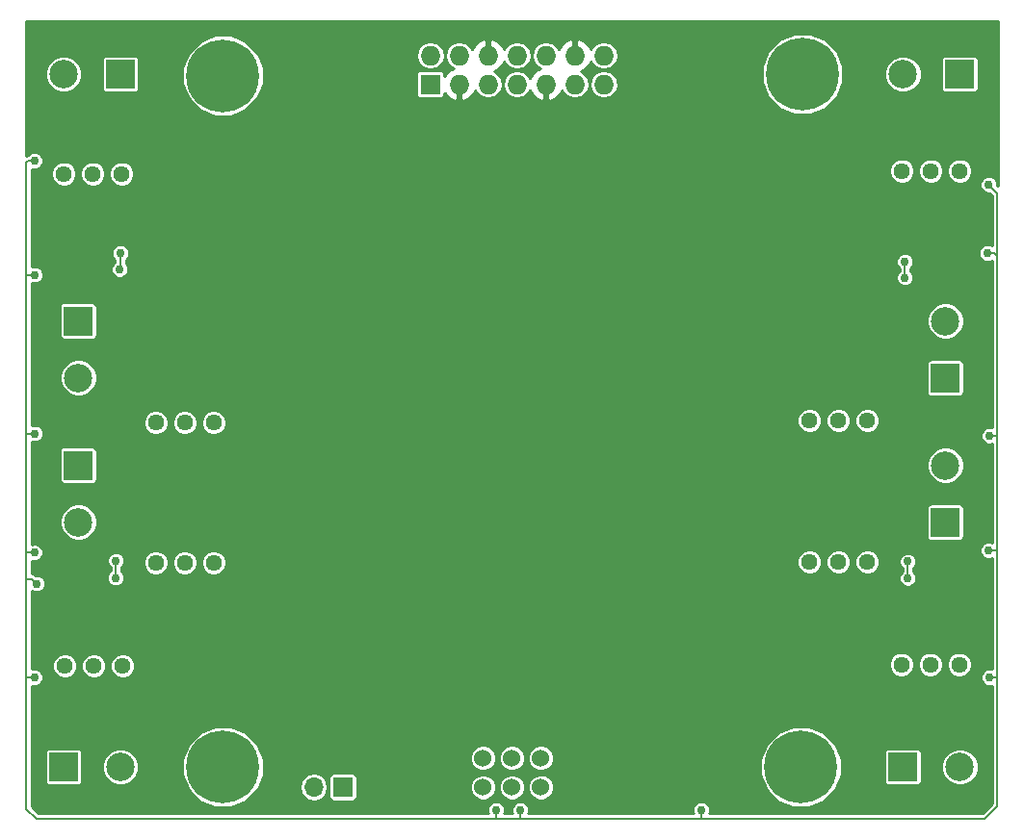
<source format=gbr>
G04 #@! TF.FileFunction,Copper,L2,Bot,Signal*
%FSLAX46Y46*%
G04 Gerber Fmt 4.6, Leading zero omitted, Abs format (unit mm)*
G04 Created by KiCad (PCBNEW 4.0.6) date Tue Apr  4 20:52:10 2017*
%MOMM*%
%LPD*%
G01*
G04 APERTURE LIST*
%ADD10C,0.088900*%
%ADD11C,1.440000*%
%ADD12R,1.700000X1.700000*%
%ADD13O,1.700000X1.700000*%
%ADD14C,6.400000*%
%ADD15C,2.500000*%
%ADD16R,2.500000X2.500000*%
%ADD17C,1.524000*%
%ADD18R,1.727200X1.727200*%
%ADD19O,1.727200X1.727200*%
%ADD20C,0.754380*%
%ADD21C,0.203200*%
%ADD22C,0.254000*%
G04 APERTURE END LIST*
D10*
D11*
X115633500Y-129540000D03*
X113093500Y-129540000D03*
X110553500Y-129540000D03*
X123634500Y-120459500D03*
X121094500Y-120459500D03*
X118554500Y-120459500D03*
D12*
X135001000Y-140208000D03*
D13*
X132461000Y-140208000D03*
D14*
X175387000Y-77470000D03*
X124460000Y-77597000D03*
X175260000Y-138430000D03*
X124460000Y-138430000D03*
D15*
X110443000Y-77470000D03*
D16*
X115443000Y-77470000D03*
D15*
X111760000Y-104187000D03*
D16*
X111760000Y-99187000D03*
D15*
X111759998Y-116887001D03*
D16*
X111759998Y-111887001D03*
D15*
X115443000Y-138430000D03*
D16*
X110443000Y-138430000D03*
D15*
X189230000Y-138430000D03*
D16*
X184230000Y-138430000D03*
D15*
X187959999Y-111887001D03*
D16*
X187959999Y-116887001D03*
D15*
X187960000Y-99186998D03*
D16*
X187960000Y-104186998D03*
D15*
X184230000Y-77470000D03*
D16*
X189230000Y-77470000D03*
D17*
X149860000Y-140208000D03*
X152400000Y-140208000D03*
X147320000Y-140208000D03*
X147300000Y-137658000D03*
X149840000Y-137658000D03*
X152380000Y-137658000D03*
D11*
X115570000Y-86233001D03*
X113030000Y-86233001D03*
X110490000Y-86233001D03*
X123634503Y-108140501D03*
X121094503Y-108140501D03*
X118554503Y-108140501D03*
X184086500Y-129413000D03*
X186626500Y-129413000D03*
X189166500Y-129413000D03*
X176021997Y-120395999D03*
X178561997Y-120395999D03*
X181101997Y-120395999D03*
X176021997Y-107949999D03*
X178561997Y-107949999D03*
X181101997Y-107949999D03*
X184150000Y-85979000D03*
X186690000Y-85979000D03*
X189230000Y-85979000D03*
D18*
X142684501Y-78358997D03*
D19*
X142684501Y-75818997D03*
X145224501Y-78358997D03*
X145224501Y-75818997D03*
X147764501Y-78358997D03*
X147764501Y-75818997D03*
X150304501Y-78358997D03*
X150304501Y-75818997D03*
X152844501Y-78358997D03*
X152844501Y-75818997D03*
X155384501Y-78358997D03*
X155384501Y-75818997D03*
X157924501Y-78358997D03*
X157924501Y-75818997D03*
D20*
X146875500Y-130175000D03*
X149987000Y-125222001D03*
X161290000Y-94488000D03*
X158496000Y-94488000D03*
X165989000Y-84582000D03*
X168402000Y-91313000D03*
X166116002Y-97155000D03*
X168529000Y-104267000D03*
X166116000Y-109982000D03*
X168656000Y-116586000D03*
X161417000Y-121412000D03*
X158242000Y-120904000D03*
X166243000Y-123063000D03*
X168529000Y-129540000D03*
X133857998Y-131191000D03*
X131318000Y-124460000D03*
X138049000Y-121158000D03*
X141224000Y-121539000D03*
X133731000Y-118364000D03*
X130937000Y-111760000D03*
X133731000Y-105663988D03*
X131064000Y-99187000D03*
X138049000Y-94615000D03*
X141097000Y-94869000D03*
X133604000Y-93091000D03*
X130937000Y-86360000D03*
X164210795Y-88254934D03*
X187325000Y-90805000D03*
X112395000Y-90424000D03*
X138557000Y-88900000D03*
X135590309Y-102501086D03*
X135382000Y-89281000D03*
X135382000Y-114554000D03*
X112395000Y-125349000D03*
X135559992Y-127762000D03*
X187325000Y-125095001D03*
X164211000Y-101219000D03*
X164160008Y-113411000D03*
X164084000Y-126746000D03*
X161036000Y-127127000D03*
X138684000Y-127254000D03*
X138557000Y-115189000D03*
X138557000Y-100711000D03*
X161162990Y-100584000D03*
X161163000Y-88496264D03*
X161163000Y-115031612D03*
X153289000Y-128016000D03*
X146304000Y-126365000D03*
X115384275Y-94636600D03*
X115443000Y-93218000D03*
X115020020Y-121793000D03*
X115062000Y-120269000D03*
X184658032Y-121814600D03*
X184658000Y-120352809D03*
X184404000Y-93980000D03*
X184404000Y-95377000D03*
X191770000Y-87185500D03*
X191833500Y-109283500D03*
X191833500Y-130556000D03*
X107886500Y-130556000D03*
X107886500Y-119570500D03*
X107950000Y-109093000D03*
X107886500Y-85090000D03*
X166497000Y-142240000D03*
X150600400Y-142240000D03*
X148463000Y-142240000D03*
X191643000Y-93218002D03*
X191770000Y-119380000D03*
X107950000Y-95123000D03*
X108077000Y-122301000D03*
D21*
X115443000Y-94577875D02*
X115384275Y-94636600D01*
X115443000Y-93218000D02*
X115443000Y-94577875D01*
X115062000Y-121751020D02*
X115020020Y-121793000D01*
X115062000Y-120269000D02*
X115062000Y-121751020D01*
X184658000Y-121814568D02*
X184658032Y-121814600D01*
X184658000Y-120352809D02*
X184658000Y-121814568D01*
X184404000Y-95377000D02*
X184404000Y-93980000D01*
X191770000Y-87185500D02*
X192532000Y-87947500D01*
X192532000Y-87947500D02*
X192532000Y-93472000D01*
X191833500Y-109283500D02*
X192468500Y-109283500D01*
X192468500Y-109283500D02*
X192532000Y-109347000D01*
X192532000Y-141859000D02*
X192532000Y-130556000D01*
X192532000Y-130556000D02*
X192532000Y-124333000D01*
X191833500Y-130556000D02*
X192532000Y-130556000D01*
X107188000Y-130556000D02*
X107188000Y-142113000D01*
X107188000Y-121920000D02*
X107188000Y-130556000D01*
X107188000Y-130556000D02*
X107886500Y-130556000D01*
X107188000Y-142113000D02*
X108077000Y-143002000D01*
X108077000Y-143002000D02*
X138557000Y-143002000D01*
X138557000Y-143002000D02*
X148463000Y-143002000D01*
X107188000Y-121285000D02*
X107188000Y-119570500D01*
X107188000Y-119570500D02*
X107188000Y-113411000D01*
X107886500Y-119570500D02*
X107188000Y-119570500D01*
X107188000Y-113411000D02*
X107188000Y-109093000D01*
X107188000Y-109093000D02*
X107188000Y-100838000D01*
X107950000Y-109093000D02*
X107188000Y-109093000D01*
X107886500Y-85090000D02*
X107315000Y-85090000D01*
X107315000Y-85090000D02*
X107188000Y-85217000D01*
X107188000Y-95123000D02*
X107188000Y-85217000D01*
X163195000Y-143002000D02*
X166497000Y-143002000D01*
X166497000Y-143002000D02*
X167767000Y-143002000D01*
X166497000Y-142240000D02*
X166497000Y-142773427D01*
X166497000Y-142773427D02*
X166497000Y-143002000D01*
X150600400Y-142773427D02*
X150600400Y-142240000D01*
X150622000Y-143002000D02*
X150600400Y-142980400D01*
X150600400Y-142980400D02*
X150600400Y-142773427D01*
X148463000Y-143002000D02*
X150622000Y-143002000D01*
X148463000Y-142240000D02*
X148463000Y-143002000D01*
X167767000Y-143002000D02*
X185928000Y-143002000D01*
X150622000Y-143002000D02*
X151959919Y-143002000D01*
X151959919Y-143002000D02*
X158623000Y-143002000D01*
X158623000Y-143002000D02*
X161544000Y-143002000D01*
X161544000Y-143002000D02*
X163195000Y-143002000D01*
X163195000Y-143002000D02*
X161671000Y-143002000D01*
X192278002Y-93218002D02*
X192176427Y-93218002D01*
X192532000Y-93472000D02*
X192278002Y-93218002D01*
X192176427Y-93218002D02*
X191643000Y-93218002D01*
X192532000Y-120523000D02*
X192532000Y-119380000D01*
X192532000Y-119380000D02*
X192532000Y-118618000D01*
X191770000Y-119380000D02*
X192532000Y-119380000D01*
X192532000Y-94742000D02*
X192532000Y-93472000D01*
X192532000Y-122428000D02*
X192532000Y-120523000D01*
X192532000Y-96266000D02*
X192532000Y-94742000D01*
X192532000Y-102489000D02*
X192532000Y-96266000D01*
X192532000Y-124333000D02*
X192532000Y-122428000D01*
X192532000Y-118618000D02*
X192532000Y-115189000D01*
X192532000Y-109347000D02*
X192532000Y-102489000D01*
X192532000Y-115189000D02*
X192532000Y-114300000D01*
X185928000Y-143002000D02*
X191389000Y-143002000D01*
X192532000Y-114300000D02*
X192532000Y-114173000D01*
X192532000Y-114173000D02*
X192532000Y-109347000D01*
X191389000Y-143002000D02*
X192532000Y-141859000D01*
X107696000Y-121920000D02*
X107699811Y-121923811D01*
X107699811Y-121923811D02*
X108077000Y-122301000D01*
X107188000Y-95123000D02*
X107188000Y-96012000D01*
X107950000Y-95123000D02*
X107188000Y-95123000D01*
X107188000Y-121920000D02*
X107696000Y-121920000D01*
X107188000Y-121920000D02*
X107188000Y-121285000D01*
X107188000Y-96012000D02*
X107188000Y-97663000D01*
X107188000Y-97663000D02*
X107188000Y-100838000D01*
D22*
G36*
X192584000Y-87317000D02*
X192528124Y-87261124D01*
X192528321Y-87035348D01*
X192413137Y-86756581D01*
X192200041Y-86543112D01*
X191921475Y-86427442D01*
X191619848Y-86427179D01*
X191341081Y-86542363D01*
X191127612Y-86755459D01*
X191011942Y-87034025D01*
X191011679Y-87335652D01*
X191126863Y-87614419D01*
X191339959Y-87827888D01*
X191618525Y-87943558D01*
X191845756Y-87943756D01*
X192049400Y-88147400D01*
X192049400Y-92565797D01*
X191794475Y-92459944D01*
X191492848Y-92459681D01*
X191214081Y-92574865D01*
X191000612Y-92787961D01*
X190884942Y-93066527D01*
X190884679Y-93368154D01*
X190999863Y-93646921D01*
X191212959Y-93860390D01*
X191491525Y-93976060D01*
X191793152Y-93976323D01*
X192049400Y-93870444D01*
X192049400Y-108552193D01*
X191984975Y-108525442D01*
X191683348Y-108525179D01*
X191404581Y-108640363D01*
X191191112Y-108853459D01*
X191075442Y-109132025D01*
X191075179Y-109433652D01*
X191190363Y-109712419D01*
X191403459Y-109925888D01*
X191682025Y-110041558D01*
X191983652Y-110041821D01*
X192049400Y-110014655D01*
X192049400Y-118675061D01*
X191921475Y-118621942D01*
X191619848Y-118621679D01*
X191341081Y-118736863D01*
X191127612Y-118949959D01*
X191011942Y-119228525D01*
X191011679Y-119530152D01*
X191126863Y-119808919D01*
X191339959Y-120022388D01*
X191618525Y-120138058D01*
X191920152Y-120138321D01*
X192049400Y-120084917D01*
X192049400Y-129824693D01*
X191984975Y-129797942D01*
X191683348Y-129797679D01*
X191404581Y-129912863D01*
X191191112Y-130125959D01*
X191075442Y-130404525D01*
X191075179Y-130706152D01*
X191190363Y-130984919D01*
X191403459Y-131198388D01*
X191682025Y-131314058D01*
X191983652Y-131314321D01*
X192049400Y-131287155D01*
X192049400Y-141659100D01*
X191189100Y-142519400D01*
X167201939Y-142519400D01*
X167255058Y-142391475D01*
X167255321Y-142089848D01*
X167140137Y-141811081D01*
X166927041Y-141597612D01*
X166648475Y-141481942D01*
X166346848Y-141481679D01*
X166068081Y-141596863D01*
X165854612Y-141809959D01*
X165738942Y-142088525D01*
X165738679Y-142390152D01*
X165792083Y-142519400D01*
X151305339Y-142519400D01*
X151358458Y-142391475D01*
X151358721Y-142089848D01*
X151243537Y-141811081D01*
X151030441Y-141597612D01*
X150751875Y-141481942D01*
X150450248Y-141481679D01*
X150171481Y-141596863D01*
X149958012Y-141809959D01*
X149842342Y-142088525D01*
X149842079Y-142390152D01*
X149895483Y-142519400D01*
X149167939Y-142519400D01*
X149221058Y-142391475D01*
X149221321Y-142089848D01*
X149106137Y-141811081D01*
X148893041Y-141597612D01*
X148614475Y-141481942D01*
X148312848Y-141481679D01*
X148034081Y-141596863D01*
X147820612Y-141809959D01*
X147704942Y-142088525D01*
X147704679Y-142390152D01*
X147758083Y-142519400D01*
X108276900Y-142519400D01*
X107670600Y-141913100D01*
X107670600Y-137180000D01*
X108804536Y-137180000D01*
X108804536Y-139680000D01*
X108831103Y-139821190D01*
X108914546Y-139950865D01*
X109041866Y-140037859D01*
X109193000Y-140068464D01*
X111693000Y-140068464D01*
X111834190Y-140041897D01*
X111963865Y-139958454D01*
X112050859Y-139831134D01*
X112081464Y-139680000D01*
X112081464Y-138753003D01*
X113811718Y-138753003D01*
X114059499Y-139352680D01*
X114517907Y-139811888D01*
X115117151Y-140060716D01*
X115766003Y-140061282D01*
X116365680Y-139813501D01*
X116824888Y-139355093D01*
X116914542Y-139139180D01*
X120878380Y-139139180D01*
X121422406Y-140455824D01*
X122428878Y-141464054D01*
X123744570Y-142010377D01*
X125169180Y-142011620D01*
X126485824Y-141467594D01*
X127494054Y-140461122D01*
X127609173Y-140183883D01*
X131230000Y-140183883D01*
X131230000Y-140232117D01*
X131323704Y-140703200D01*
X131590552Y-141102565D01*
X131989917Y-141369413D01*
X132461000Y-141463117D01*
X132932083Y-141369413D01*
X133331448Y-141102565D01*
X133598296Y-140703200D01*
X133692000Y-140232117D01*
X133692000Y-140183883D01*
X133598296Y-139712800D01*
X133361226Y-139358000D01*
X133762536Y-139358000D01*
X133762536Y-141058000D01*
X133789103Y-141199190D01*
X133872546Y-141328865D01*
X133999866Y-141415859D01*
X134151000Y-141446464D01*
X135851000Y-141446464D01*
X135992190Y-141419897D01*
X136121865Y-141336454D01*
X136208859Y-141209134D01*
X136239464Y-141058000D01*
X136239464Y-140434359D01*
X146176802Y-140434359D01*
X146350446Y-140854612D01*
X146671697Y-141176423D01*
X147091646Y-141350801D01*
X147546359Y-141351198D01*
X147966612Y-141177554D01*
X148288423Y-140856303D01*
X148462801Y-140436354D01*
X148462802Y-140434359D01*
X148716802Y-140434359D01*
X148890446Y-140854612D01*
X149211697Y-141176423D01*
X149631646Y-141350801D01*
X150086359Y-141351198D01*
X150506612Y-141177554D01*
X150828423Y-140856303D01*
X151002801Y-140436354D01*
X151002802Y-140434359D01*
X151256802Y-140434359D01*
X151430446Y-140854612D01*
X151751697Y-141176423D01*
X152171646Y-141350801D01*
X152626359Y-141351198D01*
X153046612Y-141177554D01*
X153368423Y-140856303D01*
X153542801Y-140436354D01*
X153543198Y-139981641D01*
X153369554Y-139561388D01*
X153048303Y-139239577D01*
X152806521Y-139139180D01*
X171678380Y-139139180D01*
X172222406Y-140455824D01*
X173228878Y-141464054D01*
X174544570Y-142010377D01*
X175969180Y-142011620D01*
X177285824Y-141467594D01*
X178294054Y-140461122D01*
X178840377Y-139145430D01*
X178841620Y-137720820D01*
X178618158Y-137180000D01*
X182591536Y-137180000D01*
X182591536Y-139680000D01*
X182618103Y-139821190D01*
X182701546Y-139950865D01*
X182828866Y-140037859D01*
X182980000Y-140068464D01*
X185480000Y-140068464D01*
X185621190Y-140041897D01*
X185750865Y-139958454D01*
X185837859Y-139831134D01*
X185868464Y-139680000D01*
X185868464Y-138753003D01*
X187598718Y-138753003D01*
X187846499Y-139352680D01*
X188304907Y-139811888D01*
X188904151Y-140060716D01*
X189553003Y-140061282D01*
X190152680Y-139813501D01*
X190611888Y-139355093D01*
X190860716Y-138755849D01*
X190861282Y-138106997D01*
X190613501Y-137507320D01*
X190155093Y-137048112D01*
X189555849Y-136799284D01*
X188906997Y-136798718D01*
X188307320Y-137046499D01*
X187848112Y-137504907D01*
X187599284Y-138104151D01*
X187598718Y-138753003D01*
X185868464Y-138753003D01*
X185868464Y-137180000D01*
X185841897Y-137038810D01*
X185758454Y-136909135D01*
X185631134Y-136822141D01*
X185480000Y-136791536D01*
X182980000Y-136791536D01*
X182838810Y-136818103D01*
X182709135Y-136901546D01*
X182622141Y-137028866D01*
X182591536Y-137180000D01*
X178618158Y-137180000D01*
X178297594Y-136404176D01*
X177291122Y-135395946D01*
X175975430Y-134849623D01*
X174550820Y-134848380D01*
X173234176Y-135392406D01*
X172225946Y-136398878D01*
X171679623Y-137714570D01*
X171678380Y-139139180D01*
X152806521Y-139139180D01*
X152628354Y-139065199D01*
X152173641Y-139064802D01*
X151753388Y-139238446D01*
X151431577Y-139559697D01*
X151257199Y-139979646D01*
X151256802Y-140434359D01*
X151002802Y-140434359D01*
X151003198Y-139981641D01*
X150829554Y-139561388D01*
X150508303Y-139239577D01*
X150088354Y-139065199D01*
X149633641Y-139064802D01*
X149213388Y-139238446D01*
X148891577Y-139559697D01*
X148717199Y-139979646D01*
X148716802Y-140434359D01*
X148462802Y-140434359D01*
X148463198Y-139981641D01*
X148289554Y-139561388D01*
X147968303Y-139239577D01*
X147548354Y-139065199D01*
X147093641Y-139064802D01*
X146673388Y-139238446D01*
X146351577Y-139559697D01*
X146177199Y-139979646D01*
X146176802Y-140434359D01*
X136239464Y-140434359D01*
X136239464Y-139358000D01*
X136212897Y-139216810D01*
X136129454Y-139087135D01*
X136002134Y-139000141D01*
X135851000Y-138969536D01*
X134151000Y-138969536D01*
X134009810Y-138996103D01*
X133880135Y-139079546D01*
X133793141Y-139206866D01*
X133762536Y-139358000D01*
X133361226Y-139358000D01*
X133331448Y-139313435D01*
X132932083Y-139046587D01*
X132461000Y-138952883D01*
X131989917Y-139046587D01*
X131590552Y-139313435D01*
X131323704Y-139712800D01*
X131230000Y-140183883D01*
X127609173Y-140183883D01*
X128040377Y-139145430D01*
X128041477Y-137884359D01*
X146156802Y-137884359D01*
X146330446Y-138304612D01*
X146651697Y-138626423D01*
X147071646Y-138800801D01*
X147526359Y-138801198D01*
X147946612Y-138627554D01*
X148268423Y-138306303D01*
X148442801Y-137886354D01*
X148442802Y-137884359D01*
X148696802Y-137884359D01*
X148870446Y-138304612D01*
X149191697Y-138626423D01*
X149611646Y-138800801D01*
X150066359Y-138801198D01*
X150486612Y-138627554D01*
X150808423Y-138306303D01*
X150982801Y-137886354D01*
X150982802Y-137884359D01*
X151236802Y-137884359D01*
X151410446Y-138304612D01*
X151731697Y-138626423D01*
X152151646Y-138800801D01*
X152606359Y-138801198D01*
X153026612Y-138627554D01*
X153348423Y-138306303D01*
X153522801Y-137886354D01*
X153523198Y-137431641D01*
X153349554Y-137011388D01*
X153028303Y-136689577D01*
X152608354Y-136515199D01*
X152153641Y-136514802D01*
X151733388Y-136688446D01*
X151411577Y-137009697D01*
X151237199Y-137429646D01*
X151236802Y-137884359D01*
X150982802Y-137884359D01*
X150983198Y-137431641D01*
X150809554Y-137011388D01*
X150488303Y-136689577D01*
X150068354Y-136515199D01*
X149613641Y-136514802D01*
X149193388Y-136688446D01*
X148871577Y-137009697D01*
X148697199Y-137429646D01*
X148696802Y-137884359D01*
X148442802Y-137884359D01*
X148443198Y-137431641D01*
X148269554Y-137011388D01*
X147948303Y-136689577D01*
X147528354Y-136515199D01*
X147073641Y-136514802D01*
X146653388Y-136688446D01*
X146331577Y-137009697D01*
X146157199Y-137429646D01*
X146156802Y-137884359D01*
X128041477Y-137884359D01*
X128041620Y-137720820D01*
X127497594Y-136404176D01*
X126491122Y-135395946D01*
X125175430Y-134849623D01*
X123750820Y-134848380D01*
X122434176Y-135392406D01*
X121425946Y-136398878D01*
X120879623Y-137714570D01*
X120878380Y-139139180D01*
X116914542Y-139139180D01*
X117073716Y-138755849D01*
X117074282Y-138106997D01*
X116826501Y-137507320D01*
X116368093Y-137048112D01*
X115768849Y-136799284D01*
X115119997Y-136798718D01*
X114520320Y-137046499D01*
X114061112Y-137504907D01*
X113812284Y-138104151D01*
X113811718Y-138753003D01*
X112081464Y-138753003D01*
X112081464Y-137180000D01*
X112054897Y-137038810D01*
X111971454Y-136909135D01*
X111844134Y-136822141D01*
X111693000Y-136791536D01*
X109193000Y-136791536D01*
X109051810Y-136818103D01*
X108922135Y-136901546D01*
X108835141Y-137028866D01*
X108804536Y-137180000D01*
X107670600Y-137180000D01*
X107670600Y-131287307D01*
X107735025Y-131314058D01*
X108036652Y-131314321D01*
X108315419Y-131199137D01*
X108528888Y-130986041D01*
X108644558Y-130707475D01*
X108644821Y-130405848D01*
X108529637Y-130127081D01*
X108316541Y-129913612D01*
X108037975Y-129797942D01*
X107736348Y-129797679D01*
X107670600Y-129824845D01*
X107670600Y-129758042D01*
X109452309Y-129758042D01*
X109619573Y-130162852D01*
X109929019Y-130472838D01*
X110333537Y-130640809D01*
X110771542Y-130641191D01*
X111176352Y-130473927D01*
X111486338Y-130164481D01*
X111654309Y-129759963D01*
X111654310Y-129758042D01*
X111992309Y-129758042D01*
X112159573Y-130162852D01*
X112469019Y-130472838D01*
X112873537Y-130640809D01*
X113311542Y-130641191D01*
X113716352Y-130473927D01*
X114026338Y-130164481D01*
X114194309Y-129759963D01*
X114194310Y-129758042D01*
X114532309Y-129758042D01*
X114699573Y-130162852D01*
X115009019Y-130472838D01*
X115413537Y-130640809D01*
X115851542Y-130641191D01*
X116256352Y-130473927D01*
X116566338Y-130164481D01*
X116734309Y-129759963D01*
X116734421Y-129631042D01*
X182985309Y-129631042D01*
X183152573Y-130035852D01*
X183462019Y-130345838D01*
X183866537Y-130513809D01*
X184304542Y-130514191D01*
X184709352Y-130346927D01*
X185019338Y-130037481D01*
X185187309Y-129632963D01*
X185187310Y-129631042D01*
X185525309Y-129631042D01*
X185692573Y-130035852D01*
X186002019Y-130345838D01*
X186406537Y-130513809D01*
X186844542Y-130514191D01*
X187249352Y-130346927D01*
X187559338Y-130037481D01*
X187727309Y-129632963D01*
X187727310Y-129631042D01*
X188065309Y-129631042D01*
X188232573Y-130035852D01*
X188542019Y-130345838D01*
X188946537Y-130513809D01*
X189384542Y-130514191D01*
X189789352Y-130346927D01*
X190099338Y-130037481D01*
X190267309Y-129632963D01*
X190267691Y-129194958D01*
X190100427Y-128790148D01*
X189790981Y-128480162D01*
X189386463Y-128312191D01*
X188948458Y-128311809D01*
X188543648Y-128479073D01*
X188233662Y-128788519D01*
X188065691Y-129193037D01*
X188065309Y-129631042D01*
X187727310Y-129631042D01*
X187727691Y-129194958D01*
X187560427Y-128790148D01*
X187250981Y-128480162D01*
X186846463Y-128312191D01*
X186408458Y-128311809D01*
X186003648Y-128479073D01*
X185693662Y-128788519D01*
X185525691Y-129193037D01*
X185525309Y-129631042D01*
X185187310Y-129631042D01*
X185187691Y-129194958D01*
X185020427Y-128790148D01*
X184710981Y-128480162D01*
X184306463Y-128312191D01*
X183868458Y-128311809D01*
X183463648Y-128479073D01*
X183153662Y-128788519D01*
X182985691Y-129193037D01*
X182985309Y-129631042D01*
X116734421Y-129631042D01*
X116734691Y-129321958D01*
X116567427Y-128917148D01*
X116257981Y-128607162D01*
X115853463Y-128439191D01*
X115415458Y-128438809D01*
X115010648Y-128606073D01*
X114700662Y-128915519D01*
X114532691Y-129320037D01*
X114532309Y-129758042D01*
X114194310Y-129758042D01*
X114194691Y-129321958D01*
X114027427Y-128917148D01*
X113717981Y-128607162D01*
X113313463Y-128439191D01*
X112875458Y-128438809D01*
X112470648Y-128606073D01*
X112160662Y-128915519D01*
X111992691Y-129320037D01*
X111992309Y-129758042D01*
X111654310Y-129758042D01*
X111654691Y-129321958D01*
X111487427Y-128917148D01*
X111177981Y-128607162D01*
X110773463Y-128439191D01*
X110335458Y-128438809D01*
X109930648Y-128606073D01*
X109620662Y-128915519D01*
X109452691Y-129320037D01*
X109452309Y-129758042D01*
X107670600Y-129758042D01*
X107670600Y-122953205D01*
X107925525Y-123059058D01*
X108227152Y-123059321D01*
X108505919Y-122944137D01*
X108719388Y-122731041D01*
X108835058Y-122452475D01*
X108835321Y-122150848D01*
X108749503Y-121943152D01*
X114261699Y-121943152D01*
X114376883Y-122221919D01*
X114589979Y-122435388D01*
X114868545Y-122551058D01*
X115170172Y-122551321D01*
X115448939Y-122436137D01*
X115662408Y-122223041D01*
X115778078Y-121944475D01*
X115778341Y-121642848D01*
X115663157Y-121364081D01*
X115544600Y-121245316D01*
X115544600Y-120858550D01*
X115704388Y-120699041D01*
X115713315Y-120677542D01*
X117453309Y-120677542D01*
X117620573Y-121082352D01*
X117930019Y-121392338D01*
X118334537Y-121560309D01*
X118772542Y-121560691D01*
X119177352Y-121393427D01*
X119487338Y-121083981D01*
X119655309Y-120679463D01*
X119655310Y-120677542D01*
X119993309Y-120677542D01*
X120160573Y-121082352D01*
X120470019Y-121392338D01*
X120874537Y-121560309D01*
X121312542Y-121560691D01*
X121717352Y-121393427D01*
X122027338Y-121083981D01*
X122195309Y-120679463D01*
X122195310Y-120677542D01*
X122533309Y-120677542D01*
X122700573Y-121082352D01*
X123010019Y-121392338D01*
X123414537Y-121560309D01*
X123852542Y-121560691D01*
X124257352Y-121393427D01*
X124567338Y-121083981D01*
X124735309Y-120679463D01*
X124735366Y-120614041D01*
X174920806Y-120614041D01*
X175088070Y-121018851D01*
X175397516Y-121328837D01*
X175802034Y-121496808D01*
X176240039Y-121497190D01*
X176644849Y-121329926D01*
X176954835Y-121020480D01*
X177122806Y-120615962D01*
X177122807Y-120614041D01*
X177460806Y-120614041D01*
X177628070Y-121018851D01*
X177937516Y-121328837D01*
X178342034Y-121496808D01*
X178780039Y-121497190D01*
X179184849Y-121329926D01*
X179494835Y-121020480D01*
X179662806Y-120615962D01*
X179662807Y-120614041D01*
X180000806Y-120614041D01*
X180168070Y-121018851D01*
X180477516Y-121328837D01*
X180882034Y-121496808D01*
X181320039Y-121497190D01*
X181724849Y-121329926D01*
X182034835Y-121020480D01*
X182202806Y-120615962D01*
X182202904Y-120502961D01*
X183899679Y-120502961D01*
X184014863Y-120781728D01*
X184175400Y-120942546D01*
X184175400Y-121225082D01*
X184015644Y-121384559D01*
X183899974Y-121663125D01*
X183899711Y-121964752D01*
X184014895Y-122243519D01*
X184227991Y-122456988D01*
X184506557Y-122572658D01*
X184808184Y-122572921D01*
X185086951Y-122457737D01*
X185300420Y-122244641D01*
X185416090Y-121966075D01*
X185416353Y-121664448D01*
X185301169Y-121385681D01*
X185140600Y-121224831D01*
X185140600Y-120942359D01*
X185300388Y-120782850D01*
X185416058Y-120504284D01*
X185416321Y-120202657D01*
X185301137Y-119923890D01*
X185088041Y-119710421D01*
X184809475Y-119594751D01*
X184507848Y-119594488D01*
X184229081Y-119709672D01*
X184015612Y-119922768D01*
X183899942Y-120201334D01*
X183899679Y-120502961D01*
X182202904Y-120502961D01*
X182203188Y-120177957D01*
X182035924Y-119773147D01*
X181726478Y-119463161D01*
X181321960Y-119295190D01*
X180883955Y-119294808D01*
X180479145Y-119462072D01*
X180169159Y-119771518D01*
X180001188Y-120176036D01*
X180000806Y-120614041D01*
X179662807Y-120614041D01*
X179663188Y-120177957D01*
X179495924Y-119773147D01*
X179186478Y-119463161D01*
X178781960Y-119295190D01*
X178343955Y-119294808D01*
X177939145Y-119462072D01*
X177629159Y-119771518D01*
X177461188Y-120176036D01*
X177460806Y-120614041D01*
X177122807Y-120614041D01*
X177123188Y-120177957D01*
X176955924Y-119773147D01*
X176646478Y-119463161D01*
X176241960Y-119295190D01*
X175803955Y-119294808D01*
X175399145Y-119462072D01*
X175089159Y-119771518D01*
X174921188Y-120176036D01*
X174920806Y-120614041D01*
X124735366Y-120614041D01*
X124735691Y-120241458D01*
X124568427Y-119836648D01*
X124258981Y-119526662D01*
X123854463Y-119358691D01*
X123416458Y-119358309D01*
X123011648Y-119525573D01*
X122701662Y-119835019D01*
X122533691Y-120239537D01*
X122533309Y-120677542D01*
X122195310Y-120677542D01*
X122195691Y-120241458D01*
X122028427Y-119836648D01*
X121718981Y-119526662D01*
X121314463Y-119358691D01*
X120876458Y-119358309D01*
X120471648Y-119525573D01*
X120161662Y-119835019D01*
X119993691Y-120239537D01*
X119993309Y-120677542D01*
X119655310Y-120677542D01*
X119655691Y-120241458D01*
X119488427Y-119836648D01*
X119178981Y-119526662D01*
X118774463Y-119358691D01*
X118336458Y-119358309D01*
X117931648Y-119525573D01*
X117621662Y-119835019D01*
X117453691Y-120239537D01*
X117453309Y-120677542D01*
X115713315Y-120677542D01*
X115820058Y-120420475D01*
X115820321Y-120118848D01*
X115705137Y-119840081D01*
X115492041Y-119626612D01*
X115213475Y-119510942D01*
X114911848Y-119510679D01*
X114633081Y-119625863D01*
X114419612Y-119838959D01*
X114303942Y-120117525D01*
X114303679Y-120419152D01*
X114418863Y-120697919D01*
X114579400Y-120858737D01*
X114579400Y-121161544D01*
X114377632Y-121362959D01*
X114261962Y-121641525D01*
X114261699Y-121943152D01*
X108749503Y-121943152D01*
X108720137Y-121872081D01*
X108507041Y-121658612D01*
X108228475Y-121542942D01*
X107983339Y-121542728D01*
X107880683Y-121474136D01*
X107696000Y-121437400D01*
X107670600Y-121437400D01*
X107670600Y-120301807D01*
X107735025Y-120328558D01*
X108036652Y-120328821D01*
X108315419Y-120213637D01*
X108528888Y-120000541D01*
X108644558Y-119721975D01*
X108644821Y-119420348D01*
X108529637Y-119141581D01*
X108316541Y-118928112D01*
X108037975Y-118812442D01*
X107736348Y-118812179D01*
X107670600Y-118839345D01*
X107670600Y-117210004D01*
X110128716Y-117210004D01*
X110376497Y-117809681D01*
X110834905Y-118268889D01*
X111434149Y-118517717D01*
X112083001Y-118518283D01*
X112682678Y-118270502D01*
X113141886Y-117812094D01*
X113390714Y-117212850D01*
X113391280Y-116563998D01*
X113143499Y-115964321D01*
X112816750Y-115637001D01*
X186321535Y-115637001D01*
X186321535Y-118137001D01*
X186348102Y-118278191D01*
X186431545Y-118407866D01*
X186558865Y-118494860D01*
X186709999Y-118525465D01*
X189209999Y-118525465D01*
X189351189Y-118498898D01*
X189480864Y-118415455D01*
X189567858Y-118288135D01*
X189598463Y-118137001D01*
X189598463Y-115637001D01*
X189571896Y-115495811D01*
X189488453Y-115366136D01*
X189361133Y-115279142D01*
X189209999Y-115248537D01*
X186709999Y-115248537D01*
X186568809Y-115275104D01*
X186439134Y-115358547D01*
X186352140Y-115485867D01*
X186321535Y-115637001D01*
X112816750Y-115637001D01*
X112685091Y-115505113D01*
X112085847Y-115256285D01*
X111436995Y-115255719D01*
X110837318Y-115503500D01*
X110378110Y-115961908D01*
X110129282Y-116561152D01*
X110128716Y-117210004D01*
X107670600Y-117210004D01*
X107670600Y-110637001D01*
X110121534Y-110637001D01*
X110121534Y-113137001D01*
X110148101Y-113278191D01*
X110231544Y-113407866D01*
X110358864Y-113494860D01*
X110509998Y-113525465D01*
X113009998Y-113525465D01*
X113151188Y-113498898D01*
X113280863Y-113415455D01*
X113367857Y-113288135D01*
X113398462Y-113137001D01*
X113398462Y-112210004D01*
X186328717Y-112210004D01*
X186576498Y-112809681D01*
X187034906Y-113268889D01*
X187634150Y-113517717D01*
X188283002Y-113518283D01*
X188882679Y-113270502D01*
X189341887Y-112812094D01*
X189590715Y-112212850D01*
X189591281Y-111563998D01*
X189343500Y-110964321D01*
X188885092Y-110505113D01*
X188285848Y-110256285D01*
X187636996Y-110255719D01*
X187037319Y-110503500D01*
X186578111Y-110961908D01*
X186329283Y-111561152D01*
X186328717Y-112210004D01*
X113398462Y-112210004D01*
X113398462Y-110637001D01*
X113371895Y-110495811D01*
X113288452Y-110366136D01*
X113161132Y-110279142D01*
X113009998Y-110248537D01*
X110509998Y-110248537D01*
X110368808Y-110275104D01*
X110239133Y-110358547D01*
X110152139Y-110485867D01*
X110121534Y-110637001D01*
X107670600Y-110637001D01*
X107670600Y-109797939D01*
X107798525Y-109851058D01*
X108100152Y-109851321D01*
X108378919Y-109736137D01*
X108592388Y-109523041D01*
X108708058Y-109244475D01*
X108708321Y-108942848D01*
X108593137Y-108664081D01*
X108380041Y-108450612D01*
X108158313Y-108358543D01*
X117453312Y-108358543D01*
X117620576Y-108763353D01*
X117930022Y-109073339D01*
X118334540Y-109241310D01*
X118772545Y-109241692D01*
X119177355Y-109074428D01*
X119487341Y-108764982D01*
X119655312Y-108360464D01*
X119655313Y-108358543D01*
X119993312Y-108358543D01*
X120160576Y-108763353D01*
X120470022Y-109073339D01*
X120874540Y-109241310D01*
X121312545Y-109241692D01*
X121717355Y-109074428D01*
X122027341Y-108764982D01*
X122195312Y-108360464D01*
X122195313Y-108358543D01*
X122533312Y-108358543D01*
X122700576Y-108763353D01*
X123010022Y-109073339D01*
X123414540Y-109241310D01*
X123852545Y-109241692D01*
X124257355Y-109074428D01*
X124567341Y-108764982D01*
X124735312Y-108360464D01*
X124735479Y-108168041D01*
X174920806Y-108168041D01*
X175088070Y-108572851D01*
X175397516Y-108882837D01*
X175802034Y-109050808D01*
X176240039Y-109051190D01*
X176644849Y-108883926D01*
X176954835Y-108574480D01*
X177122806Y-108169962D01*
X177122807Y-108168041D01*
X177460806Y-108168041D01*
X177628070Y-108572851D01*
X177937516Y-108882837D01*
X178342034Y-109050808D01*
X178780039Y-109051190D01*
X179184849Y-108883926D01*
X179494835Y-108574480D01*
X179662806Y-108169962D01*
X179662807Y-108168041D01*
X180000806Y-108168041D01*
X180168070Y-108572851D01*
X180477516Y-108882837D01*
X180882034Y-109050808D01*
X181320039Y-109051190D01*
X181724849Y-108883926D01*
X182034835Y-108574480D01*
X182202806Y-108169962D01*
X182203188Y-107731957D01*
X182035924Y-107327147D01*
X181726478Y-107017161D01*
X181321960Y-106849190D01*
X180883955Y-106848808D01*
X180479145Y-107016072D01*
X180169159Y-107325518D01*
X180001188Y-107730036D01*
X180000806Y-108168041D01*
X179662807Y-108168041D01*
X179663188Y-107731957D01*
X179495924Y-107327147D01*
X179186478Y-107017161D01*
X178781960Y-106849190D01*
X178343955Y-106848808D01*
X177939145Y-107016072D01*
X177629159Y-107325518D01*
X177461188Y-107730036D01*
X177460806Y-108168041D01*
X177122807Y-108168041D01*
X177123188Y-107731957D01*
X176955924Y-107327147D01*
X176646478Y-107017161D01*
X176241960Y-106849190D01*
X175803955Y-106848808D01*
X175399145Y-107016072D01*
X175089159Y-107325518D01*
X174921188Y-107730036D01*
X174920806Y-108168041D01*
X124735479Y-108168041D01*
X124735694Y-107922459D01*
X124568430Y-107517649D01*
X124258984Y-107207663D01*
X123854466Y-107039692D01*
X123416461Y-107039310D01*
X123011651Y-107206574D01*
X122701665Y-107516020D01*
X122533694Y-107920538D01*
X122533312Y-108358543D01*
X122195313Y-108358543D01*
X122195694Y-107922459D01*
X122028430Y-107517649D01*
X121718984Y-107207663D01*
X121314466Y-107039692D01*
X120876461Y-107039310D01*
X120471651Y-107206574D01*
X120161665Y-107516020D01*
X119993694Y-107920538D01*
X119993312Y-108358543D01*
X119655313Y-108358543D01*
X119655694Y-107922459D01*
X119488430Y-107517649D01*
X119178984Y-107207663D01*
X118774466Y-107039692D01*
X118336461Y-107039310D01*
X117931651Y-107206574D01*
X117621665Y-107516020D01*
X117453694Y-107920538D01*
X117453312Y-108358543D01*
X108158313Y-108358543D01*
X108101475Y-108334942D01*
X107799848Y-108334679D01*
X107670600Y-108388083D01*
X107670600Y-104510003D01*
X110128718Y-104510003D01*
X110376499Y-105109680D01*
X110834907Y-105568888D01*
X111434151Y-105817716D01*
X112083003Y-105818282D01*
X112682680Y-105570501D01*
X113141888Y-105112093D01*
X113390716Y-104512849D01*
X113391282Y-103863997D01*
X113143501Y-103264320D01*
X112816750Y-102936998D01*
X186321536Y-102936998D01*
X186321536Y-105436998D01*
X186348103Y-105578188D01*
X186431546Y-105707863D01*
X186558866Y-105794857D01*
X186710000Y-105825462D01*
X189210000Y-105825462D01*
X189351190Y-105798895D01*
X189480865Y-105715452D01*
X189567859Y-105588132D01*
X189598464Y-105436998D01*
X189598464Y-102936998D01*
X189571897Y-102795808D01*
X189488454Y-102666133D01*
X189361134Y-102579139D01*
X189210000Y-102548534D01*
X186710000Y-102548534D01*
X186568810Y-102575101D01*
X186439135Y-102658544D01*
X186352141Y-102785864D01*
X186321536Y-102936998D01*
X112816750Y-102936998D01*
X112685093Y-102805112D01*
X112085849Y-102556284D01*
X111436997Y-102555718D01*
X110837320Y-102803499D01*
X110378112Y-103261907D01*
X110129284Y-103861151D01*
X110128718Y-104510003D01*
X107670600Y-104510003D01*
X107670600Y-97937000D01*
X110121536Y-97937000D01*
X110121536Y-100437000D01*
X110148103Y-100578190D01*
X110231546Y-100707865D01*
X110358866Y-100794859D01*
X110510000Y-100825464D01*
X113010000Y-100825464D01*
X113151190Y-100798897D01*
X113280865Y-100715454D01*
X113367859Y-100588134D01*
X113398464Y-100437000D01*
X113398464Y-99510001D01*
X186328718Y-99510001D01*
X186576499Y-100109678D01*
X187034907Y-100568886D01*
X187634151Y-100817714D01*
X188283003Y-100818280D01*
X188882680Y-100570499D01*
X189341888Y-100112091D01*
X189590716Y-99512847D01*
X189591282Y-98863995D01*
X189343501Y-98264318D01*
X188885093Y-97805110D01*
X188285849Y-97556282D01*
X187636997Y-97555716D01*
X187037320Y-97803497D01*
X186578112Y-98261905D01*
X186329284Y-98861149D01*
X186328718Y-99510001D01*
X113398464Y-99510001D01*
X113398464Y-97937000D01*
X113371897Y-97795810D01*
X113288454Y-97666135D01*
X113161134Y-97579141D01*
X113010000Y-97548536D01*
X110510000Y-97548536D01*
X110368810Y-97575103D01*
X110239135Y-97658546D01*
X110152141Y-97785866D01*
X110121536Y-97937000D01*
X107670600Y-97937000D01*
X107670600Y-95827939D01*
X107798525Y-95881058D01*
X108100152Y-95881321D01*
X108378919Y-95766137D01*
X108592388Y-95553041D01*
X108708058Y-95274475D01*
X108708321Y-94972848D01*
X108631428Y-94786752D01*
X114625954Y-94786752D01*
X114741138Y-95065519D01*
X114954234Y-95278988D01*
X115232800Y-95394658D01*
X115534427Y-95394921D01*
X115813194Y-95279737D01*
X116026663Y-95066641D01*
X116142333Y-94788075D01*
X116142596Y-94486448D01*
X116027412Y-94207681D01*
X115950019Y-94130152D01*
X183645679Y-94130152D01*
X183760863Y-94408919D01*
X183921400Y-94569737D01*
X183921400Y-94787450D01*
X183761612Y-94946959D01*
X183645942Y-95225525D01*
X183645679Y-95527152D01*
X183760863Y-95805919D01*
X183973959Y-96019388D01*
X184252525Y-96135058D01*
X184554152Y-96135321D01*
X184832919Y-96020137D01*
X185046388Y-95807041D01*
X185162058Y-95528475D01*
X185162321Y-95226848D01*
X185047137Y-94948081D01*
X184886600Y-94787263D01*
X184886600Y-94569550D01*
X185046388Y-94410041D01*
X185162058Y-94131475D01*
X185162321Y-93829848D01*
X185047137Y-93551081D01*
X184834041Y-93337612D01*
X184555475Y-93221942D01*
X184253848Y-93221679D01*
X183975081Y-93336863D01*
X183761612Y-93549959D01*
X183645942Y-93828525D01*
X183645679Y-94130152D01*
X115950019Y-94130152D01*
X115925600Y-94105691D01*
X115925600Y-93807550D01*
X116085388Y-93648041D01*
X116201058Y-93369475D01*
X116201321Y-93067848D01*
X116086137Y-92789081D01*
X115873041Y-92575612D01*
X115594475Y-92459942D01*
X115292848Y-92459679D01*
X115014081Y-92574863D01*
X114800612Y-92787959D01*
X114684942Y-93066525D01*
X114684679Y-93368152D01*
X114799863Y-93646919D01*
X114960400Y-93807737D01*
X114960400Y-93991379D01*
X114955356Y-93993463D01*
X114741887Y-94206559D01*
X114626217Y-94485125D01*
X114625954Y-94786752D01*
X108631428Y-94786752D01*
X108593137Y-94694081D01*
X108380041Y-94480612D01*
X108101475Y-94364942D01*
X107799848Y-94364679D01*
X107670600Y-94418083D01*
X107670600Y-86451043D01*
X109388809Y-86451043D01*
X109556073Y-86855853D01*
X109865519Y-87165839D01*
X110270037Y-87333810D01*
X110708042Y-87334192D01*
X111112852Y-87166928D01*
X111422838Y-86857482D01*
X111590809Y-86452964D01*
X111590810Y-86451043D01*
X111928809Y-86451043D01*
X112096073Y-86855853D01*
X112405519Y-87165839D01*
X112810037Y-87333810D01*
X113248042Y-87334192D01*
X113652852Y-87166928D01*
X113962838Y-86857482D01*
X114130809Y-86452964D01*
X114130810Y-86451043D01*
X114468809Y-86451043D01*
X114636073Y-86855853D01*
X114945519Y-87165839D01*
X115350037Y-87333810D01*
X115788042Y-87334192D01*
X116192852Y-87166928D01*
X116502838Y-86857482D01*
X116670809Y-86452964D01*
X116671032Y-86197042D01*
X183048809Y-86197042D01*
X183216073Y-86601852D01*
X183525519Y-86911838D01*
X183930037Y-87079809D01*
X184368042Y-87080191D01*
X184772852Y-86912927D01*
X185082838Y-86603481D01*
X185250809Y-86198963D01*
X185250810Y-86197042D01*
X185588809Y-86197042D01*
X185756073Y-86601852D01*
X186065519Y-86911838D01*
X186470037Y-87079809D01*
X186908042Y-87080191D01*
X187312852Y-86912927D01*
X187622838Y-86603481D01*
X187790809Y-86198963D01*
X187790810Y-86197042D01*
X188128809Y-86197042D01*
X188296073Y-86601852D01*
X188605519Y-86911838D01*
X189010037Y-87079809D01*
X189448042Y-87080191D01*
X189852852Y-86912927D01*
X190162838Y-86603481D01*
X190330809Y-86198963D01*
X190331191Y-85760958D01*
X190163927Y-85356148D01*
X189854481Y-85046162D01*
X189449963Y-84878191D01*
X189011958Y-84877809D01*
X188607148Y-85045073D01*
X188297162Y-85354519D01*
X188129191Y-85759037D01*
X188128809Y-86197042D01*
X187790810Y-86197042D01*
X187791191Y-85760958D01*
X187623927Y-85356148D01*
X187314481Y-85046162D01*
X186909963Y-84878191D01*
X186471958Y-84877809D01*
X186067148Y-85045073D01*
X185757162Y-85354519D01*
X185589191Y-85759037D01*
X185588809Y-86197042D01*
X185250810Y-86197042D01*
X185251191Y-85760958D01*
X185083927Y-85356148D01*
X184774481Y-85046162D01*
X184369963Y-84878191D01*
X183931958Y-84877809D01*
X183527148Y-85045073D01*
X183217162Y-85354519D01*
X183049191Y-85759037D01*
X183048809Y-86197042D01*
X116671032Y-86197042D01*
X116671191Y-86014959D01*
X116503927Y-85610149D01*
X116194481Y-85300163D01*
X115789963Y-85132192D01*
X115351958Y-85131810D01*
X114947148Y-85299074D01*
X114637162Y-85608520D01*
X114469191Y-86013038D01*
X114468809Y-86451043D01*
X114130810Y-86451043D01*
X114131191Y-86014959D01*
X113963927Y-85610149D01*
X113654481Y-85300163D01*
X113249963Y-85132192D01*
X112811958Y-85131810D01*
X112407148Y-85299074D01*
X112097162Y-85608520D01*
X111929191Y-86013038D01*
X111928809Y-86451043D01*
X111590810Y-86451043D01*
X111591191Y-86014959D01*
X111423927Y-85610149D01*
X111114481Y-85300163D01*
X110709963Y-85132192D01*
X110271958Y-85131810D01*
X109867148Y-85299074D01*
X109557162Y-85608520D01*
X109389191Y-86013038D01*
X109388809Y-86451043D01*
X107670600Y-86451043D01*
X107670600Y-85821307D01*
X107735025Y-85848058D01*
X108036652Y-85848321D01*
X108315419Y-85733137D01*
X108528888Y-85520041D01*
X108644558Y-85241475D01*
X108644821Y-84939848D01*
X108529637Y-84661081D01*
X108316541Y-84447612D01*
X108037975Y-84331942D01*
X107736348Y-84331679D01*
X107457581Y-84446863D01*
X107292225Y-84611930D01*
X107136000Y-84643006D01*
X107136000Y-77793003D01*
X108811718Y-77793003D01*
X109059499Y-78392680D01*
X109517907Y-78851888D01*
X110117151Y-79100716D01*
X110766003Y-79101282D01*
X111365680Y-78853501D01*
X111824888Y-78395093D01*
X112073716Y-77795849D01*
X112074282Y-77146997D01*
X111826501Y-76547320D01*
X111499752Y-76220000D01*
X113804536Y-76220000D01*
X113804536Y-78720000D01*
X113831103Y-78861190D01*
X113914546Y-78990865D01*
X114041866Y-79077859D01*
X114193000Y-79108464D01*
X116693000Y-79108464D01*
X116834190Y-79081897D01*
X116963865Y-78998454D01*
X117050859Y-78871134D01*
X117081464Y-78720000D01*
X117081464Y-78306180D01*
X120878380Y-78306180D01*
X121422406Y-79622824D01*
X122428878Y-80631054D01*
X123744570Y-81177377D01*
X125169180Y-81178620D01*
X126485824Y-80634594D01*
X127494054Y-79628122D01*
X128040377Y-78312430D01*
X128041089Y-77495397D01*
X141432437Y-77495397D01*
X141432437Y-79222597D01*
X141459004Y-79363787D01*
X141542447Y-79493462D01*
X141669767Y-79580456D01*
X141820901Y-79611061D01*
X143548101Y-79611061D01*
X143689291Y-79584494D01*
X143818966Y-79501051D01*
X143905960Y-79373731D01*
X143936565Y-79222597D01*
X143936565Y-79121273D01*
X143941813Y-79133944D01*
X144336011Y-79565818D01*
X144865474Y-79813965D01*
X145097501Y-79693466D01*
X145097501Y-78485997D01*
X145077501Y-78485997D01*
X145077501Y-78231997D01*
X145097501Y-78231997D01*
X145097501Y-78211997D01*
X145351501Y-78211997D01*
X145351501Y-78231997D01*
X145371501Y-78231997D01*
X145371501Y-78485997D01*
X145351501Y-78485997D01*
X145351501Y-79693466D01*
X145583528Y-79813965D01*
X146112991Y-79565818D01*
X146507189Y-79133944D01*
X146615342Y-78872825D01*
X146860053Y-79239062D01*
X147263830Y-79508857D01*
X147740118Y-79603597D01*
X147788884Y-79603597D01*
X148265172Y-79508857D01*
X148668949Y-79239062D01*
X148938744Y-78835285D01*
X149033484Y-78358997D01*
X149035518Y-78358997D01*
X149130258Y-78835285D01*
X149400053Y-79239062D01*
X149803830Y-79508857D01*
X150280118Y-79603597D01*
X150328884Y-79603597D01*
X150805172Y-79508857D01*
X151208949Y-79239062D01*
X151453660Y-78872825D01*
X151561813Y-79133944D01*
X151956011Y-79565818D01*
X152485474Y-79813965D01*
X152717501Y-79693466D01*
X152717501Y-78485997D01*
X152697501Y-78485997D01*
X152697501Y-78231997D01*
X152717501Y-78231997D01*
X152717501Y-78211997D01*
X152971501Y-78211997D01*
X152971501Y-78231997D01*
X152991501Y-78231997D01*
X152991501Y-78485997D01*
X152971501Y-78485997D01*
X152971501Y-79693466D01*
X153203528Y-79813965D01*
X153732991Y-79565818D01*
X154127189Y-79133944D01*
X154235342Y-78872825D01*
X154480053Y-79239062D01*
X154883830Y-79508857D01*
X155360118Y-79603597D01*
X155408884Y-79603597D01*
X155885172Y-79508857D01*
X156288949Y-79239062D01*
X156558744Y-78835285D01*
X156653484Y-78358997D01*
X156655518Y-78358997D01*
X156750258Y-78835285D01*
X157020053Y-79239062D01*
X157423830Y-79508857D01*
X157900118Y-79603597D01*
X157948884Y-79603597D01*
X158425172Y-79508857D01*
X158828949Y-79239062D01*
X159098744Y-78835285D01*
X159193484Y-78358997D01*
X159157717Y-78179180D01*
X171805380Y-78179180D01*
X172349406Y-79495824D01*
X173355878Y-80504054D01*
X174671570Y-81050377D01*
X176096180Y-81051620D01*
X177412824Y-80507594D01*
X178421054Y-79501122D01*
X178967377Y-78185430D01*
X178967719Y-77793003D01*
X182598718Y-77793003D01*
X182846499Y-78392680D01*
X183304907Y-78851888D01*
X183904151Y-79100716D01*
X184553003Y-79101282D01*
X185152680Y-78853501D01*
X185611888Y-78395093D01*
X185860716Y-77795849D01*
X185861282Y-77146997D01*
X185613501Y-76547320D01*
X185286752Y-76220000D01*
X187591536Y-76220000D01*
X187591536Y-78720000D01*
X187618103Y-78861190D01*
X187701546Y-78990865D01*
X187828866Y-79077859D01*
X187980000Y-79108464D01*
X190480000Y-79108464D01*
X190621190Y-79081897D01*
X190750865Y-78998454D01*
X190837859Y-78871134D01*
X190868464Y-78720000D01*
X190868464Y-76220000D01*
X190841897Y-76078810D01*
X190758454Y-75949135D01*
X190631134Y-75862141D01*
X190480000Y-75831536D01*
X187980000Y-75831536D01*
X187838810Y-75858103D01*
X187709135Y-75941546D01*
X187622141Y-76068866D01*
X187591536Y-76220000D01*
X185286752Y-76220000D01*
X185155093Y-76088112D01*
X184555849Y-75839284D01*
X183906997Y-75838718D01*
X183307320Y-76086499D01*
X182848112Y-76544907D01*
X182599284Y-77144151D01*
X182598718Y-77793003D01*
X178967719Y-77793003D01*
X178968620Y-76760820D01*
X178424594Y-75444176D01*
X177418122Y-74435946D01*
X176102430Y-73889623D01*
X174677820Y-73888380D01*
X173361176Y-74432406D01*
X172352946Y-75438878D01*
X171806623Y-76754570D01*
X171805380Y-78179180D01*
X159157717Y-78179180D01*
X159098744Y-77882709D01*
X158828949Y-77478932D01*
X158425172Y-77209137D01*
X157948884Y-77114397D01*
X157900118Y-77114397D01*
X157423830Y-77209137D01*
X157020053Y-77478932D01*
X156750258Y-77882709D01*
X156655518Y-78358997D01*
X156653484Y-78358997D01*
X156558744Y-77882709D01*
X156288949Y-77478932D01*
X155885172Y-77209137D01*
X155882839Y-77208673D01*
X156272991Y-77025818D01*
X156667189Y-76593944D01*
X156775342Y-76332825D01*
X157020053Y-76699062D01*
X157423830Y-76968857D01*
X157900118Y-77063597D01*
X157948884Y-77063597D01*
X158425172Y-76968857D01*
X158828949Y-76699062D01*
X159098744Y-76295285D01*
X159193484Y-75818997D01*
X159098744Y-75342709D01*
X158828949Y-74938932D01*
X158425172Y-74669137D01*
X157948884Y-74574397D01*
X157900118Y-74574397D01*
X157423830Y-74669137D01*
X157020053Y-74938932D01*
X156775342Y-75305169D01*
X156667189Y-75044050D01*
X156272991Y-74612176D01*
X155743528Y-74364029D01*
X155511501Y-74484528D01*
X155511501Y-75691997D01*
X155531501Y-75691997D01*
X155531501Y-75945997D01*
X155511501Y-75945997D01*
X155511501Y-75965997D01*
X155257501Y-75965997D01*
X155257501Y-75945997D01*
X155237501Y-75945997D01*
X155237501Y-75691997D01*
X155257501Y-75691997D01*
X155257501Y-74484528D01*
X155025474Y-74364029D01*
X154496011Y-74612176D01*
X154101813Y-75044050D01*
X153993660Y-75305169D01*
X153748949Y-74938932D01*
X153345172Y-74669137D01*
X152868884Y-74574397D01*
X152820118Y-74574397D01*
X152343830Y-74669137D01*
X151940053Y-74938932D01*
X151670258Y-75342709D01*
X151575518Y-75818997D01*
X151670258Y-76295285D01*
X151940053Y-76699062D01*
X152343830Y-76968857D01*
X152346163Y-76969321D01*
X151956011Y-77152176D01*
X151561813Y-77584050D01*
X151453660Y-77845169D01*
X151208949Y-77478932D01*
X150805172Y-77209137D01*
X150328884Y-77114397D01*
X150280118Y-77114397D01*
X149803830Y-77209137D01*
X149400053Y-77478932D01*
X149130258Y-77882709D01*
X149035518Y-78358997D01*
X149033484Y-78358997D01*
X148938744Y-77882709D01*
X148668949Y-77478932D01*
X148265172Y-77209137D01*
X148262839Y-77208673D01*
X148652991Y-77025818D01*
X149047189Y-76593944D01*
X149155342Y-76332825D01*
X149400053Y-76699062D01*
X149803830Y-76968857D01*
X150280118Y-77063597D01*
X150328884Y-77063597D01*
X150805172Y-76968857D01*
X151208949Y-76699062D01*
X151478744Y-76295285D01*
X151573484Y-75818997D01*
X151478744Y-75342709D01*
X151208949Y-74938932D01*
X150805172Y-74669137D01*
X150328884Y-74574397D01*
X150280118Y-74574397D01*
X149803830Y-74669137D01*
X149400053Y-74938932D01*
X149155342Y-75305169D01*
X149047189Y-75044050D01*
X148652991Y-74612176D01*
X148123528Y-74364029D01*
X147891501Y-74484528D01*
X147891501Y-75691997D01*
X147911501Y-75691997D01*
X147911501Y-75945997D01*
X147891501Y-75945997D01*
X147891501Y-75965997D01*
X147637501Y-75965997D01*
X147637501Y-75945997D01*
X147617501Y-75945997D01*
X147617501Y-75691997D01*
X147637501Y-75691997D01*
X147637501Y-74484528D01*
X147405474Y-74364029D01*
X146876011Y-74612176D01*
X146481813Y-75044050D01*
X146373660Y-75305169D01*
X146128949Y-74938932D01*
X145725172Y-74669137D01*
X145248884Y-74574397D01*
X145200118Y-74574397D01*
X144723830Y-74669137D01*
X144320053Y-74938932D01*
X144050258Y-75342709D01*
X143955518Y-75818997D01*
X144050258Y-76295285D01*
X144320053Y-76699062D01*
X144723830Y-76968857D01*
X144726163Y-76969321D01*
X144336011Y-77152176D01*
X143941813Y-77584050D01*
X143936565Y-77596721D01*
X143936565Y-77495397D01*
X143909998Y-77354207D01*
X143826555Y-77224532D01*
X143699235Y-77137538D01*
X143548101Y-77106933D01*
X141820901Y-77106933D01*
X141679711Y-77133500D01*
X141550036Y-77216943D01*
X141463042Y-77344263D01*
X141432437Y-77495397D01*
X128041089Y-77495397D01*
X128041620Y-76887820D01*
X127599992Y-75818997D01*
X141415518Y-75818997D01*
X141510258Y-76295285D01*
X141780053Y-76699062D01*
X142183830Y-76968857D01*
X142660118Y-77063597D01*
X142708884Y-77063597D01*
X143185172Y-76968857D01*
X143588949Y-76699062D01*
X143858744Y-76295285D01*
X143953484Y-75818997D01*
X143858744Y-75342709D01*
X143588949Y-74938932D01*
X143185172Y-74669137D01*
X142708884Y-74574397D01*
X142660118Y-74574397D01*
X142183830Y-74669137D01*
X141780053Y-74938932D01*
X141510258Y-75342709D01*
X141415518Y-75818997D01*
X127599992Y-75818997D01*
X127497594Y-75571176D01*
X126491122Y-74562946D01*
X125175430Y-74016623D01*
X123750820Y-74015380D01*
X122434176Y-74559406D01*
X121425946Y-75565878D01*
X120879623Y-76881570D01*
X120878380Y-78306180D01*
X117081464Y-78306180D01*
X117081464Y-76220000D01*
X117054897Y-76078810D01*
X116971454Y-75949135D01*
X116844134Y-75862141D01*
X116693000Y-75831536D01*
X114193000Y-75831536D01*
X114051810Y-75858103D01*
X113922135Y-75941546D01*
X113835141Y-76068866D01*
X113804536Y-76220000D01*
X111499752Y-76220000D01*
X111368093Y-76088112D01*
X110768849Y-75839284D01*
X110119997Y-75838718D01*
X109520320Y-76086499D01*
X109061112Y-76544907D01*
X108812284Y-77144151D01*
X108811718Y-77793003D01*
X107136000Y-77793003D01*
X107136000Y-72846000D01*
X192584000Y-72846000D01*
X192584000Y-87317000D01*
X192584000Y-87317000D01*
G37*
X192584000Y-87317000D02*
X192528124Y-87261124D01*
X192528321Y-87035348D01*
X192413137Y-86756581D01*
X192200041Y-86543112D01*
X191921475Y-86427442D01*
X191619848Y-86427179D01*
X191341081Y-86542363D01*
X191127612Y-86755459D01*
X191011942Y-87034025D01*
X191011679Y-87335652D01*
X191126863Y-87614419D01*
X191339959Y-87827888D01*
X191618525Y-87943558D01*
X191845756Y-87943756D01*
X192049400Y-88147400D01*
X192049400Y-92565797D01*
X191794475Y-92459944D01*
X191492848Y-92459681D01*
X191214081Y-92574865D01*
X191000612Y-92787961D01*
X190884942Y-93066527D01*
X190884679Y-93368154D01*
X190999863Y-93646921D01*
X191212959Y-93860390D01*
X191491525Y-93976060D01*
X191793152Y-93976323D01*
X192049400Y-93870444D01*
X192049400Y-108552193D01*
X191984975Y-108525442D01*
X191683348Y-108525179D01*
X191404581Y-108640363D01*
X191191112Y-108853459D01*
X191075442Y-109132025D01*
X191075179Y-109433652D01*
X191190363Y-109712419D01*
X191403459Y-109925888D01*
X191682025Y-110041558D01*
X191983652Y-110041821D01*
X192049400Y-110014655D01*
X192049400Y-118675061D01*
X191921475Y-118621942D01*
X191619848Y-118621679D01*
X191341081Y-118736863D01*
X191127612Y-118949959D01*
X191011942Y-119228525D01*
X191011679Y-119530152D01*
X191126863Y-119808919D01*
X191339959Y-120022388D01*
X191618525Y-120138058D01*
X191920152Y-120138321D01*
X192049400Y-120084917D01*
X192049400Y-129824693D01*
X191984975Y-129797942D01*
X191683348Y-129797679D01*
X191404581Y-129912863D01*
X191191112Y-130125959D01*
X191075442Y-130404525D01*
X191075179Y-130706152D01*
X191190363Y-130984919D01*
X191403459Y-131198388D01*
X191682025Y-131314058D01*
X191983652Y-131314321D01*
X192049400Y-131287155D01*
X192049400Y-141659100D01*
X191189100Y-142519400D01*
X167201939Y-142519400D01*
X167255058Y-142391475D01*
X167255321Y-142089848D01*
X167140137Y-141811081D01*
X166927041Y-141597612D01*
X166648475Y-141481942D01*
X166346848Y-141481679D01*
X166068081Y-141596863D01*
X165854612Y-141809959D01*
X165738942Y-142088525D01*
X165738679Y-142390152D01*
X165792083Y-142519400D01*
X151305339Y-142519400D01*
X151358458Y-142391475D01*
X151358721Y-142089848D01*
X151243537Y-141811081D01*
X151030441Y-141597612D01*
X150751875Y-141481942D01*
X150450248Y-141481679D01*
X150171481Y-141596863D01*
X149958012Y-141809959D01*
X149842342Y-142088525D01*
X149842079Y-142390152D01*
X149895483Y-142519400D01*
X149167939Y-142519400D01*
X149221058Y-142391475D01*
X149221321Y-142089848D01*
X149106137Y-141811081D01*
X148893041Y-141597612D01*
X148614475Y-141481942D01*
X148312848Y-141481679D01*
X148034081Y-141596863D01*
X147820612Y-141809959D01*
X147704942Y-142088525D01*
X147704679Y-142390152D01*
X147758083Y-142519400D01*
X108276900Y-142519400D01*
X107670600Y-141913100D01*
X107670600Y-137180000D01*
X108804536Y-137180000D01*
X108804536Y-139680000D01*
X108831103Y-139821190D01*
X108914546Y-139950865D01*
X109041866Y-140037859D01*
X109193000Y-140068464D01*
X111693000Y-140068464D01*
X111834190Y-140041897D01*
X111963865Y-139958454D01*
X112050859Y-139831134D01*
X112081464Y-139680000D01*
X112081464Y-138753003D01*
X113811718Y-138753003D01*
X114059499Y-139352680D01*
X114517907Y-139811888D01*
X115117151Y-140060716D01*
X115766003Y-140061282D01*
X116365680Y-139813501D01*
X116824888Y-139355093D01*
X116914542Y-139139180D01*
X120878380Y-139139180D01*
X121422406Y-140455824D01*
X122428878Y-141464054D01*
X123744570Y-142010377D01*
X125169180Y-142011620D01*
X126485824Y-141467594D01*
X127494054Y-140461122D01*
X127609173Y-140183883D01*
X131230000Y-140183883D01*
X131230000Y-140232117D01*
X131323704Y-140703200D01*
X131590552Y-141102565D01*
X131989917Y-141369413D01*
X132461000Y-141463117D01*
X132932083Y-141369413D01*
X133331448Y-141102565D01*
X133598296Y-140703200D01*
X133692000Y-140232117D01*
X133692000Y-140183883D01*
X133598296Y-139712800D01*
X133361226Y-139358000D01*
X133762536Y-139358000D01*
X133762536Y-141058000D01*
X133789103Y-141199190D01*
X133872546Y-141328865D01*
X133999866Y-141415859D01*
X134151000Y-141446464D01*
X135851000Y-141446464D01*
X135992190Y-141419897D01*
X136121865Y-141336454D01*
X136208859Y-141209134D01*
X136239464Y-141058000D01*
X136239464Y-140434359D01*
X146176802Y-140434359D01*
X146350446Y-140854612D01*
X146671697Y-141176423D01*
X147091646Y-141350801D01*
X147546359Y-141351198D01*
X147966612Y-141177554D01*
X148288423Y-140856303D01*
X148462801Y-140436354D01*
X148462802Y-140434359D01*
X148716802Y-140434359D01*
X148890446Y-140854612D01*
X149211697Y-141176423D01*
X149631646Y-141350801D01*
X150086359Y-141351198D01*
X150506612Y-141177554D01*
X150828423Y-140856303D01*
X151002801Y-140436354D01*
X151002802Y-140434359D01*
X151256802Y-140434359D01*
X151430446Y-140854612D01*
X151751697Y-141176423D01*
X152171646Y-141350801D01*
X152626359Y-141351198D01*
X153046612Y-141177554D01*
X153368423Y-140856303D01*
X153542801Y-140436354D01*
X153543198Y-139981641D01*
X153369554Y-139561388D01*
X153048303Y-139239577D01*
X152806521Y-139139180D01*
X171678380Y-139139180D01*
X172222406Y-140455824D01*
X173228878Y-141464054D01*
X174544570Y-142010377D01*
X175969180Y-142011620D01*
X177285824Y-141467594D01*
X178294054Y-140461122D01*
X178840377Y-139145430D01*
X178841620Y-137720820D01*
X178618158Y-137180000D01*
X182591536Y-137180000D01*
X182591536Y-139680000D01*
X182618103Y-139821190D01*
X182701546Y-139950865D01*
X182828866Y-140037859D01*
X182980000Y-140068464D01*
X185480000Y-140068464D01*
X185621190Y-140041897D01*
X185750865Y-139958454D01*
X185837859Y-139831134D01*
X185868464Y-139680000D01*
X185868464Y-138753003D01*
X187598718Y-138753003D01*
X187846499Y-139352680D01*
X188304907Y-139811888D01*
X188904151Y-140060716D01*
X189553003Y-140061282D01*
X190152680Y-139813501D01*
X190611888Y-139355093D01*
X190860716Y-138755849D01*
X190861282Y-138106997D01*
X190613501Y-137507320D01*
X190155093Y-137048112D01*
X189555849Y-136799284D01*
X188906997Y-136798718D01*
X188307320Y-137046499D01*
X187848112Y-137504907D01*
X187599284Y-138104151D01*
X187598718Y-138753003D01*
X185868464Y-138753003D01*
X185868464Y-137180000D01*
X185841897Y-137038810D01*
X185758454Y-136909135D01*
X185631134Y-136822141D01*
X185480000Y-136791536D01*
X182980000Y-136791536D01*
X182838810Y-136818103D01*
X182709135Y-136901546D01*
X182622141Y-137028866D01*
X182591536Y-137180000D01*
X178618158Y-137180000D01*
X178297594Y-136404176D01*
X177291122Y-135395946D01*
X175975430Y-134849623D01*
X174550820Y-134848380D01*
X173234176Y-135392406D01*
X172225946Y-136398878D01*
X171679623Y-137714570D01*
X171678380Y-139139180D01*
X152806521Y-139139180D01*
X152628354Y-139065199D01*
X152173641Y-139064802D01*
X151753388Y-139238446D01*
X151431577Y-139559697D01*
X151257199Y-139979646D01*
X151256802Y-140434359D01*
X151002802Y-140434359D01*
X151003198Y-139981641D01*
X150829554Y-139561388D01*
X150508303Y-139239577D01*
X150088354Y-139065199D01*
X149633641Y-139064802D01*
X149213388Y-139238446D01*
X148891577Y-139559697D01*
X148717199Y-139979646D01*
X148716802Y-140434359D01*
X148462802Y-140434359D01*
X148463198Y-139981641D01*
X148289554Y-139561388D01*
X147968303Y-139239577D01*
X147548354Y-139065199D01*
X147093641Y-139064802D01*
X146673388Y-139238446D01*
X146351577Y-139559697D01*
X146177199Y-139979646D01*
X146176802Y-140434359D01*
X136239464Y-140434359D01*
X136239464Y-139358000D01*
X136212897Y-139216810D01*
X136129454Y-139087135D01*
X136002134Y-139000141D01*
X135851000Y-138969536D01*
X134151000Y-138969536D01*
X134009810Y-138996103D01*
X133880135Y-139079546D01*
X133793141Y-139206866D01*
X133762536Y-139358000D01*
X133361226Y-139358000D01*
X133331448Y-139313435D01*
X132932083Y-139046587D01*
X132461000Y-138952883D01*
X131989917Y-139046587D01*
X131590552Y-139313435D01*
X131323704Y-139712800D01*
X131230000Y-140183883D01*
X127609173Y-140183883D01*
X128040377Y-139145430D01*
X128041477Y-137884359D01*
X146156802Y-137884359D01*
X146330446Y-138304612D01*
X146651697Y-138626423D01*
X147071646Y-138800801D01*
X147526359Y-138801198D01*
X147946612Y-138627554D01*
X148268423Y-138306303D01*
X148442801Y-137886354D01*
X148442802Y-137884359D01*
X148696802Y-137884359D01*
X148870446Y-138304612D01*
X149191697Y-138626423D01*
X149611646Y-138800801D01*
X150066359Y-138801198D01*
X150486612Y-138627554D01*
X150808423Y-138306303D01*
X150982801Y-137886354D01*
X150982802Y-137884359D01*
X151236802Y-137884359D01*
X151410446Y-138304612D01*
X151731697Y-138626423D01*
X152151646Y-138800801D01*
X152606359Y-138801198D01*
X153026612Y-138627554D01*
X153348423Y-138306303D01*
X153522801Y-137886354D01*
X153523198Y-137431641D01*
X153349554Y-137011388D01*
X153028303Y-136689577D01*
X152608354Y-136515199D01*
X152153641Y-136514802D01*
X151733388Y-136688446D01*
X151411577Y-137009697D01*
X151237199Y-137429646D01*
X151236802Y-137884359D01*
X150982802Y-137884359D01*
X150983198Y-137431641D01*
X150809554Y-137011388D01*
X150488303Y-136689577D01*
X150068354Y-136515199D01*
X149613641Y-136514802D01*
X149193388Y-136688446D01*
X148871577Y-137009697D01*
X148697199Y-137429646D01*
X148696802Y-137884359D01*
X148442802Y-137884359D01*
X148443198Y-137431641D01*
X148269554Y-137011388D01*
X147948303Y-136689577D01*
X147528354Y-136515199D01*
X147073641Y-136514802D01*
X146653388Y-136688446D01*
X146331577Y-137009697D01*
X146157199Y-137429646D01*
X146156802Y-137884359D01*
X128041477Y-137884359D01*
X128041620Y-137720820D01*
X127497594Y-136404176D01*
X126491122Y-135395946D01*
X125175430Y-134849623D01*
X123750820Y-134848380D01*
X122434176Y-135392406D01*
X121425946Y-136398878D01*
X120879623Y-137714570D01*
X120878380Y-139139180D01*
X116914542Y-139139180D01*
X117073716Y-138755849D01*
X117074282Y-138106997D01*
X116826501Y-137507320D01*
X116368093Y-137048112D01*
X115768849Y-136799284D01*
X115119997Y-136798718D01*
X114520320Y-137046499D01*
X114061112Y-137504907D01*
X113812284Y-138104151D01*
X113811718Y-138753003D01*
X112081464Y-138753003D01*
X112081464Y-137180000D01*
X112054897Y-137038810D01*
X111971454Y-136909135D01*
X111844134Y-136822141D01*
X111693000Y-136791536D01*
X109193000Y-136791536D01*
X109051810Y-136818103D01*
X108922135Y-136901546D01*
X108835141Y-137028866D01*
X108804536Y-137180000D01*
X107670600Y-137180000D01*
X107670600Y-131287307D01*
X107735025Y-131314058D01*
X108036652Y-131314321D01*
X108315419Y-131199137D01*
X108528888Y-130986041D01*
X108644558Y-130707475D01*
X108644821Y-130405848D01*
X108529637Y-130127081D01*
X108316541Y-129913612D01*
X108037975Y-129797942D01*
X107736348Y-129797679D01*
X107670600Y-129824845D01*
X107670600Y-129758042D01*
X109452309Y-129758042D01*
X109619573Y-130162852D01*
X109929019Y-130472838D01*
X110333537Y-130640809D01*
X110771542Y-130641191D01*
X111176352Y-130473927D01*
X111486338Y-130164481D01*
X111654309Y-129759963D01*
X111654310Y-129758042D01*
X111992309Y-129758042D01*
X112159573Y-130162852D01*
X112469019Y-130472838D01*
X112873537Y-130640809D01*
X113311542Y-130641191D01*
X113716352Y-130473927D01*
X114026338Y-130164481D01*
X114194309Y-129759963D01*
X114194310Y-129758042D01*
X114532309Y-129758042D01*
X114699573Y-130162852D01*
X115009019Y-130472838D01*
X115413537Y-130640809D01*
X115851542Y-130641191D01*
X116256352Y-130473927D01*
X116566338Y-130164481D01*
X116734309Y-129759963D01*
X116734421Y-129631042D01*
X182985309Y-129631042D01*
X183152573Y-130035852D01*
X183462019Y-130345838D01*
X183866537Y-130513809D01*
X184304542Y-130514191D01*
X184709352Y-130346927D01*
X185019338Y-130037481D01*
X185187309Y-129632963D01*
X185187310Y-129631042D01*
X185525309Y-129631042D01*
X185692573Y-130035852D01*
X186002019Y-130345838D01*
X186406537Y-130513809D01*
X186844542Y-130514191D01*
X187249352Y-130346927D01*
X187559338Y-130037481D01*
X187727309Y-129632963D01*
X187727310Y-129631042D01*
X188065309Y-129631042D01*
X188232573Y-130035852D01*
X188542019Y-130345838D01*
X188946537Y-130513809D01*
X189384542Y-130514191D01*
X189789352Y-130346927D01*
X190099338Y-130037481D01*
X190267309Y-129632963D01*
X190267691Y-129194958D01*
X190100427Y-128790148D01*
X189790981Y-128480162D01*
X189386463Y-128312191D01*
X188948458Y-128311809D01*
X188543648Y-128479073D01*
X188233662Y-128788519D01*
X188065691Y-129193037D01*
X188065309Y-129631042D01*
X187727310Y-129631042D01*
X187727691Y-129194958D01*
X187560427Y-128790148D01*
X187250981Y-128480162D01*
X186846463Y-128312191D01*
X186408458Y-128311809D01*
X186003648Y-128479073D01*
X185693662Y-128788519D01*
X185525691Y-129193037D01*
X185525309Y-129631042D01*
X185187310Y-129631042D01*
X185187691Y-129194958D01*
X185020427Y-128790148D01*
X184710981Y-128480162D01*
X184306463Y-128312191D01*
X183868458Y-128311809D01*
X183463648Y-128479073D01*
X183153662Y-128788519D01*
X182985691Y-129193037D01*
X182985309Y-129631042D01*
X116734421Y-129631042D01*
X116734691Y-129321958D01*
X116567427Y-128917148D01*
X116257981Y-128607162D01*
X115853463Y-128439191D01*
X115415458Y-128438809D01*
X115010648Y-128606073D01*
X114700662Y-128915519D01*
X114532691Y-129320037D01*
X114532309Y-129758042D01*
X114194310Y-129758042D01*
X114194691Y-129321958D01*
X114027427Y-128917148D01*
X113717981Y-128607162D01*
X113313463Y-128439191D01*
X112875458Y-128438809D01*
X112470648Y-128606073D01*
X112160662Y-128915519D01*
X111992691Y-129320037D01*
X111992309Y-129758042D01*
X111654310Y-129758042D01*
X111654691Y-129321958D01*
X111487427Y-128917148D01*
X111177981Y-128607162D01*
X110773463Y-128439191D01*
X110335458Y-128438809D01*
X109930648Y-128606073D01*
X109620662Y-128915519D01*
X109452691Y-129320037D01*
X109452309Y-129758042D01*
X107670600Y-129758042D01*
X107670600Y-122953205D01*
X107925525Y-123059058D01*
X108227152Y-123059321D01*
X108505919Y-122944137D01*
X108719388Y-122731041D01*
X108835058Y-122452475D01*
X108835321Y-122150848D01*
X108749503Y-121943152D01*
X114261699Y-121943152D01*
X114376883Y-122221919D01*
X114589979Y-122435388D01*
X114868545Y-122551058D01*
X115170172Y-122551321D01*
X115448939Y-122436137D01*
X115662408Y-122223041D01*
X115778078Y-121944475D01*
X115778341Y-121642848D01*
X115663157Y-121364081D01*
X115544600Y-121245316D01*
X115544600Y-120858550D01*
X115704388Y-120699041D01*
X115713315Y-120677542D01*
X117453309Y-120677542D01*
X117620573Y-121082352D01*
X117930019Y-121392338D01*
X118334537Y-121560309D01*
X118772542Y-121560691D01*
X119177352Y-121393427D01*
X119487338Y-121083981D01*
X119655309Y-120679463D01*
X119655310Y-120677542D01*
X119993309Y-120677542D01*
X120160573Y-121082352D01*
X120470019Y-121392338D01*
X120874537Y-121560309D01*
X121312542Y-121560691D01*
X121717352Y-121393427D01*
X122027338Y-121083981D01*
X122195309Y-120679463D01*
X122195310Y-120677542D01*
X122533309Y-120677542D01*
X122700573Y-121082352D01*
X123010019Y-121392338D01*
X123414537Y-121560309D01*
X123852542Y-121560691D01*
X124257352Y-121393427D01*
X124567338Y-121083981D01*
X124735309Y-120679463D01*
X124735366Y-120614041D01*
X174920806Y-120614041D01*
X175088070Y-121018851D01*
X175397516Y-121328837D01*
X175802034Y-121496808D01*
X176240039Y-121497190D01*
X176644849Y-121329926D01*
X176954835Y-121020480D01*
X177122806Y-120615962D01*
X177122807Y-120614041D01*
X177460806Y-120614041D01*
X177628070Y-121018851D01*
X177937516Y-121328837D01*
X178342034Y-121496808D01*
X178780039Y-121497190D01*
X179184849Y-121329926D01*
X179494835Y-121020480D01*
X179662806Y-120615962D01*
X179662807Y-120614041D01*
X180000806Y-120614041D01*
X180168070Y-121018851D01*
X180477516Y-121328837D01*
X180882034Y-121496808D01*
X181320039Y-121497190D01*
X181724849Y-121329926D01*
X182034835Y-121020480D01*
X182202806Y-120615962D01*
X182202904Y-120502961D01*
X183899679Y-120502961D01*
X184014863Y-120781728D01*
X184175400Y-120942546D01*
X184175400Y-121225082D01*
X184015644Y-121384559D01*
X183899974Y-121663125D01*
X183899711Y-121964752D01*
X184014895Y-122243519D01*
X184227991Y-122456988D01*
X184506557Y-122572658D01*
X184808184Y-122572921D01*
X185086951Y-122457737D01*
X185300420Y-122244641D01*
X185416090Y-121966075D01*
X185416353Y-121664448D01*
X185301169Y-121385681D01*
X185140600Y-121224831D01*
X185140600Y-120942359D01*
X185300388Y-120782850D01*
X185416058Y-120504284D01*
X185416321Y-120202657D01*
X185301137Y-119923890D01*
X185088041Y-119710421D01*
X184809475Y-119594751D01*
X184507848Y-119594488D01*
X184229081Y-119709672D01*
X184015612Y-119922768D01*
X183899942Y-120201334D01*
X183899679Y-120502961D01*
X182202904Y-120502961D01*
X182203188Y-120177957D01*
X182035924Y-119773147D01*
X181726478Y-119463161D01*
X181321960Y-119295190D01*
X180883955Y-119294808D01*
X180479145Y-119462072D01*
X180169159Y-119771518D01*
X180001188Y-120176036D01*
X180000806Y-120614041D01*
X179662807Y-120614041D01*
X179663188Y-120177957D01*
X179495924Y-119773147D01*
X179186478Y-119463161D01*
X178781960Y-119295190D01*
X178343955Y-119294808D01*
X177939145Y-119462072D01*
X177629159Y-119771518D01*
X177461188Y-120176036D01*
X177460806Y-120614041D01*
X177122807Y-120614041D01*
X177123188Y-120177957D01*
X176955924Y-119773147D01*
X176646478Y-119463161D01*
X176241960Y-119295190D01*
X175803955Y-119294808D01*
X175399145Y-119462072D01*
X175089159Y-119771518D01*
X174921188Y-120176036D01*
X174920806Y-120614041D01*
X124735366Y-120614041D01*
X124735691Y-120241458D01*
X124568427Y-119836648D01*
X124258981Y-119526662D01*
X123854463Y-119358691D01*
X123416458Y-119358309D01*
X123011648Y-119525573D01*
X122701662Y-119835019D01*
X122533691Y-120239537D01*
X122533309Y-120677542D01*
X122195310Y-120677542D01*
X122195691Y-120241458D01*
X122028427Y-119836648D01*
X121718981Y-119526662D01*
X121314463Y-119358691D01*
X120876458Y-119358309D01*
X120471648Y-119525573D01*
X120161662Y-119835019D01*
X119993691Y-120239537D01*
X119993309Y-120677542D01*
X119655310Y-120677542D01*
X119655691Y-120241458D01*
X119488427Y-119836648D01*
X119178981Y-119526662D01*
X118774463Y-119358691D01*
X118336458Y-119358309D01*
X117931648Y-119525573D01*
X117621662Y-119835019D01*
X117453691Y-120239537D01*
X117453309Y-120677542D01*
X115713315Y-120677542D01*
X115820058Y-120420475D01*
X115820321Y-120118848D01*
X115705137Y-119840081D01*
X115492041Y-119626612D01*
X115213475Y-119510942D01*
X114911848Y-119510679D01*
X114633081Y-119625863D01*
X114419612Y-119838959D01*
X114303942Y-120117525D01*
X114303679Y-120419152D01*
X114418863Y-120697919D01*
X114579400Y-120858737D01*
X114579400Y-121161544D01*
X114377632Y-121362959D01*
X114261962Y-121641525D01*
X114261699Y-121943152D01*
X108749503Y-121943152D01*
X108720137Y-121872081D01*
X108507041Y-121658612D01*
X108228475Y-121542942D01*
X107983339Y-121542728D01*
X107880683Y-121474136D01*
X107696000Y-121437400D01*
X107670600Y-121437400D01*
X107670600Y-120301807D01*
X107735025Y-120328558D01*
X108036652Y-120328821D01*
X108315419Y-120213637D01*
X108528888Y-120000541D01*
X108644558Y-119721975D01*
X108644821Y-119420348D01*
X108529637Y-119141581D01*
X108316541Y-118928112D01*
X108037975Y-118812442D01*
X107736348Y-118812179D01*
X107670600Y-118839345D01*
X107670600Y-117210004D01*
X110128716Y-117210004D01*
X110376497Y-117809681D01*
X110834905Y-118268889D01*
X111434149Y-118517717D01*
X112083001Y-118518283D01*
X112682678Y-118270502D01*
X113141886Y-117812094D01*
X113390714Y-117212850D01*
X113391280Y-116563998D01*
X113143499Y-115964321D01*
X112816750Y-115637001D01*
X186321535Y-115637001D01*
X186321535Y-118137001D01*
X186348102Y-118278191D01*
X186431545Y-118407866D01*
X186558865Y-118494860D01*
X186709999Y-118525465D01*
X189209999Y-118525465D01*
X189351189Y-118498898D01*
X189480864Y-118415455D01*
X189567858Y-118288135D01*
X189598463Y-118137001D01*
X189598463Y-115637001D01*
X189571896Y-115495811D01*
X189488453Y-115366136D01*
X189361133Y-115279142D01*
X189209999Y-115248537D01*
X186709999Y-115248537D01*
X186568809Y-115275104D01*
X186439134Y-115358547D01*
X186352140Y-115485867D01*
X186321535Y-115637001D01*
X112816750Y-115637001D01*
X112685091Y-115505113D01*
X112085847Y-115256285D01*
X111436995Y-115255719D01*
X110837318Y-115503500D01*
X110378110Y-115961908D01*
X110129282Y-116561152D01*
X110128716Y-117210004D01*
X107670600Y-117210004D01*
X107670600Y-110637001D01*
X110121534Y-110637001D01*
X110121534Y-113137001D01*
X110148101Y-113278191D01*
X110231544Y-113407866D01*
X110358864Y-113494860D01*
X110509998Y-113525465D01*
X113009998Y-113525465D01*
X113151188Y-113498898D01*
X113280863Y-113415455D01*
X113367857Y-113288135D01*
X113398462Y-113137001D01*
X113398462Y-112210004D01*
X186328717Y-112210004D01*
X186576498Y-112809681D01*
X187034906Y-113268889D01*
X187634150Y-113517717D01*
X188283002Y-113518283D01*
X188882679Y-113270502D01*
X189341887Y-112812094D01*
X189590715Y-112212850D01*
X189591281Y-111563998D01*
X189343500Y-110964321D01*
X188885092Y-110505113D01*
X188285848Y-110256285D01*
X187636996Y-110255719D01*
X187037319Y-110503500D01*
X186578111Y-110961908D01*
X186329283Y-111561152D01*
X186328717Y-112210004D01*
X113398462Y-112210004D01*
X113398462Y-110637001D01*
X113371895Y-110495811D01*
X113288452Y-110366136D01*
X113161132Y-110279142D01*
X113009998Y-110248537D01*
X110509998Y-110248537D01*
X110368808Y-110275104D01*
X110239133Y-110358547D01*
X110152139Y-110485867D01*
X110121534Y-110637001D01*
X107670600Y-110637001D01*
X107670600Y-109797939D01*
X107798525Y-109851058D01*
X108100152Y-109851321D01*
X108378919Y-109736137D01*
X108592388Y-109523041D01*
X108708058Y-109244475D01*
X108708321Y-108942848D01*
X108593137Y-108664081D01*
X108380041Y-108450612D01*
X108158313Y-108358543D01*
X117453312Y-108358543D01*
X117620576Y-108763353D01*
X117930022Y-109073339D01*
X118334540Y-109241310D01*
X118772545Y-109241692D01*
X119177355Y-109074428D01*
X119487341Y-108764982D01*
X119655312Y-108360464D01*
X119655313Y-108358543D01*
X119993312Y-108358543D01*
X120160576Y-108763353D01*
X120470022Y-109073339D01*
X120874540Y-109241310D01*
X121312545Y-109241692D01*
X121717355Y-109074428D01*
X122027341Y-108764982D01*
X122195312Y-108360464D01*
X122195313Y-108358543D01*
X122533312Y-108358543D01*
X122700576Y-108763353D01*
X123010022Y-109073339D01*
X123414540Y-109241310D01*
X123852545Y-109241692D01*
X124257355Y-109074428D01*
X124567341Y-108764982D01*
X124735312Y-108360464D01*
X124735479Y-108168041D01*
X174920806Y-108168041D01*
X175088070Y-108572851D01*
X175397516Y-108882837D01*
X175802034Y-109050808D01*
X176240039Y-109051190D01*
X176644849Y-108883926D01*
X176954835Y-108574480D01*
X177122806Y-108169962D01*
X177122807Y-108168041D01*
X177460806Y-108168041D01*
X177628070Y-108572851D01*
X177937516Y-108882837D01*
X178342034Y-109050808D01*
X178780039Y-109051190D01*
X179184849Y-108883926D01*
X179494835Y-108574480D01*
X179662806Y-108169962D01*
X179662807Y-108168041D01*
X180000806Y-108168041D01*
X180168070Y-108572851D01*
X180477516Y-108882837D01*
X180882034Y-109050808D01*
X181320039Y-109051190D01*
X181724849Y-108883926D01*
X182034835Y-108574480D01*
X182202806Y-108169962D01*
X182203188Y-107731957D01*
X182035924Y-107327147D01*
X181726478Y-107017161D01*
X181321960Y-106849190D01*
X180883955Y-106848808D01*
X180479145Y-107016072D01*
X180169159Y-107325518D01*
X180001188Y-107730036D01*
X180000806Y-108168041D01*
X179662807Y-108168041D01*
X179663188Y-107731957D01*
X179495924Y-107327147D01*
X179186478Y-107017161D01*
X178781960Y-106849190D01*
X178343955Y-106848808D01*
X177939145Y-107016072D01*
X177629159Y-107325518D01*
X177461188Y-107730036D01*
X177460806Y-108168041D01*
X177122807Y-108168041D01*
X177123188Y-107731957D01*
X176955924Y-107327147D01*
X176646478Y-107017161D01*
X176241960Y-106849190D01*
X175803955Y-106848808D01*
X175399145Y-107016072D01*
X175089159Y-107325518D01*
X174921188Y-107730036D01*
X174920806Y-108168041D01*
X124735479Y-108168041D01*
X124735694Y-107922459D01*
X124568430Y-107517649D01*
X124258984Y-107207663D01*
X123854466Y-107039692D01*
X123416461Y-107039310D01*
X123011651Y-107206574D01*
X122701665Y-107516020D01*
X122533694Y-107920538D01*
X122533312Y-108358543D01*
X122195313Y-108358543D01*
X122195694Y-107922459D01*
X122028430Y-107517649D01*
X121718984Y-107207663D01*
X121314466Y-107039692D01*
X120876461Y-107039310D01*
X120471651Y-107206574D01*
X120161665Y-107516020D01*
X119993694Y-107920538D01*
X119993312Y-108358543D01*
X119655313Y-108358543D01*
X119655694Y-107922459D01*
X119488430Y-107517649D01*
X119178984Y-107207663D01*
X118774466Y-107039692D01*
X118336461Y-107039310D01*
X117931651Y-107206574D01*
X117621665Y-107516020D01*
X117453694Y-107920538D01*
X117453312Y-108358543D01*
X108158313Y-108358543D01*
X108101475Y-108334942D01*
X107799848Y-108334679D01*
X107670600Y-108388083D01*
X107670600Y-104510003D01*
X110128718Y-104510003D01*
X110376499Y-105109680D01*
X110834907Y-105568888D01*
X111434151Y-105817716D01*
X112083003Y-105818282D01*
X112682680Y-105570501D01*
X113141888Y-105112093D01*
X113390716Y-104512849D01*
X113391282Y-103863997D01*
X113143501Y-103264320D01*
X112816750Y-102936998D01*
X186321536Y-102936998D01*
X186321536Y-105436998D01*
X186348103Y-105578188D01*
X186431546Y-105707863D01*
X186558866Y-105794857D01*
X186710000Y-105825462D01*
X189210000Y-105825462D01*
X189351190Y-105798895D01*
X189480865Y-105715452D01*
X189567859Y-105588132D01*
X189598464Y-105436998D01*
X189598464Y-102936998D01*
X189571897Y-102795808D01*
X189488454Y-102666133D01*
X189361134Y-102579139D01*
X189210000Y-102548534D01*
X186710000Y-102548534D01*
X186568810Y-102575101D01*
X186439135Y-102658544D01*
X186352141Y-102785864D01*
X186321536Y-102936998D01*
X112816750Y-102936998D01*
X112685093Y-102805112D01*
X112085849Y-102556284D01*
X111436997Y-102555718D01*
X110837320Y-102803499D01*
X110378112Y-103261907D01*
X110129284Y-103861151D01*
X110128718Y-104510003D01*
X107670600Y-104510003D01*
X107670600Y-97937000D01*
X110121536Y-97937000D01*
X110121536Y-100437000D01*
X110148103Y-100578190D01*
X110231546Y-100707865D01*
X110358866Y-100794859D01*
X110510000Y-100825464D01*
X113010000Y-100825464D01*
X113151190Y-100798897D01*
X113280865Y-100715454D01*
X113367859Y-100588134D01*
X113398464Y-100437000D01*
X113398464Y-99510001D01*
X186328718Y-99510001D01*
X186576499Y-100109678D01*
X187034907Y-100568886D01*
X187634151Y-100817714D01*
X188283003Y-100818280D01*
X188882680Y-100570499D01*
X189341888Y-100112091D01*
X189590716Y-99512847D01*
X189591282Y-98863995D01*
X189343501Y-98264318D01*
X188885093Y-97805110D01*
X188285849Y-97556282D01*
X187636997Y-97555716D01*
X187037320Y-97803497D01*
X186578112Y-98261905D01*
X186329284Y-98861149D01*
X186328718Y-99510001D01*
X113398464Y-99510001D01*
X113398464Y-97937000D01*
X113371897Y-97795810D01*
X113288454Y-97666135D01*
X113161134Y-97579141D01*
X113010000Y-97548536D01*
X110510000Y-97548536D01*
X110368810Y-97575103D01*
X110239135Y-97658546D01*
X110152141Y-97785866D01*
X110121536Y-97937000D01*
X107670600Y-97937000D01*
X107670600Y-95827939D01*
X107798525Y-95881058D01*
X108100152Y-95881321D01*
X108378919Y-95766137D01*
X108592388Y-95553041D01*
X108708058Y-95274475D01*
X108708321Y-94972848D01*
X108631428Y-94786752D01*
X114625954Y-94786752D01*
X114741138Y-95065519D01*
X114954234Y-95278988D01*
X115232800Y-95394658D01*
X115534427Y-95394921D01*
X115813194Y-95279737D01*
X116026663Y-95066641D01*
X116142333Y-94788075D01*
X116142596Y-94486448D01*
X116027412Y-94207681D01*
X115950019Y-94130152D01*
X183645679Y-94130152D01*
X183760863Y-94408919D01*
X183921400Y-94569737D01*
X183921400Y-94787450D01*
X183761612Y-94946959D01*
X183645942Y-95225525D01*
X183645679Y-95527152D01*
X183760863Y-95805919D01*
X183973959Y-96019388D01*
X184252525Y-96135058D01*
X184554152Y-96135321D01*
X184832919Y-96020137D01*
X185046388Y-95807041D01*
X185162058Y-95528475D01*
X185162321Y-95226848D01*
X185047137Y-94948081D01*
X184886600Y-94787263D01*
X184886600Y-94569550D01*
X185046388Y-94410041D01*
X185162058Y-94131475D01*
X185162321Y-93829848D01*
X185047137Y-93551081D01*
X184834041Y-93337612D01*
X184555475Y-93221942D01*
X184253848Y-93221679D01*
X183975081Y-93336863D01*
X183761612Y-93549959D01*
X183645942Y-93828525D01*
X183645679Y-94130152D01*
X115950019Y-94130152D01*
X115925600Y-94105691D01*
X115925600Y-93807550D01*
X116085388Y-93648041D01*
X116201058Y-93369475D01*
X116201321Y-93067848D01*
X116086137Y-92789081D01*
X115873041Y-92575612D01*
X115594475Y-92459942D01*
X115292848Y-92459679D01*
X115014081Y-92574863D01*
X114800612Y-92787959D01*
X114684942Y-93066525D01*
X114684679Y-93368152D01*
X114799863Y-93646919D01*
X114960400Y-93807737D01*
X114960400Y-93991379D01*
X114955356Y-93993463D01*
X114741887Y-94206559D01*
X114626217Y-94485125D01*
X114625954Y-94786752D01*
X108631428Y-94786752D01*
X108593137Y-94694081D01*
X108380041Y-94480612D01*
X108101475Y-94364942D01*
X107799848Y-94364679D01*
X107670600Y-94418083D01*
X107670600Y-86451043D01*
X109388809Y-86451043D01*
X109556073Y-86855853D01*
X109865519Y-87165839D01*
X110270037Y-87333810D01*
X110708042Y-87334192D01*
X111112852Y-87166928D01*
X111422838Y-86857482D01*
X111590809Y-86452964D01*
X111590810Y-86451043D01*
X111928809Y-86451043D01*
X112096073Y-86855853D01*
X112405519Y-87165839D01*
X112810037Y-87333810D01*
X113248042Y-87334192D01*
X113652852Y-87166928D01*
X113962838Y-86857482D01*
X114130809Y-86452964D01*
X114130810Y-86451043D01*
X114468809Y-86451043D01*
X114636073Y-86855853D01*
X114945519Y-87165839D01*
X115350037Y-87333810D01*
X115788042Y-87334192D01*
X116192852Y-87166928D01*
X116502838Y-86857482D01*
X116670809Y-86452964D01*
X116671032Y-86197042D01*
X183048809Y-86197042D01*
X183216073Y-86601852D01*
X183525519Y-86911838D01*
X183930037Y-87079809D01*
X184368042Y-87080191D01*
X184772852Y-86912927D01*
X185082838Y-86603481D01*
X185250809Y-86198963D01*
X185250810Y-86197042D01*
X185588809Y-86197042D01*
X185756073Y-86601852D01*
X186065519Y-86911838D01*
X186470037Y-87079809D01*
X186908042Y-87080191D01*
X187312852Y-86912927D01*
X187622838Y-86603481D01*
X187790809Y-86198963D01*
X187790810Y-86197042D01*
X188128809Y-86197042D01*
X188296073Y-86601852D01*
X188605519Y-86911838D01*
X189010037Y-87079809D01*
X189448042Y-87080191D01*
X189852852Y-86912927D01*
X190162838Y-86603481D01*
X190330809Y-86198963D01*
X190331191Y-85760958D01*
X190163927Y-85356148D01*
X189854481Y-85046162D01*
X189449963Y-84878191D01*
X189011958Y-84877809D01*
X188607148Y-85045073D01*
X188297162Y-85354519D01*
X188129191Y-85759037D01*
X188128809Y-86197042D01*
X187790810Y-86197042D01*
X187791191Y-85760958D01*
X187623927Y-85356148D01*
X187314481Y-85046162D01*
X186909963Y-84878191D01*
X186471958Y-84877809D01*
X186067148Y-85045073D01*
X185757162Y-85354519D01*
X185589191Y-85759037D01*
X185588809Y-86197042D01*
X185250810Y-86197042D01*
X185251191Y-85760958D01*
X185083927Y-85356148D01*
X184774481Y-85046162D01*
X184369963Y-84878191D01*
X183931958Y-84877809D01*
X183527148Y-85045073D01*
X183217162Y-85354519D01*
X183049191Y-85759037D01*
X183048809Y-86197042D01*
X116671032Y-86197042D01*
X116671191Y-86014959D01*
X116503927Y-85610149D01*
X116194481Y-85300163D01*
X115789963Y-85132192D01*
X115351958Y-85131810D01*
X114947148Y-85299074D01*
X114637162Y-85608520D01*
X114469191Y-86013038D01*
X114468809Y-86451043D01*
X114130810Y-86451043D01*
X114131191Y-86014959D01*
X113963927Y-85610149D01*
X113654481Y-85300163D01*
X113249963Y-85132192D01*
X112811958Y-85131810D01*
X112407148Y-85299074D01*
X112097162Y-85608520D01*
X111929191Y-86013038D01*
X111928809Y-86451043D01*
X111590810Y-86451043D01*
X111591191Y-86014959D01*
X111423927Y-85610149D01*
X111114481Y-85300163D01*
X110709963Y-85132192D01*
X110271958Y-85131810D01*
X109867148Y-85299074D01*
X109557162Y-85608520D01*
X109389191Y-86013038D01*
X109388809Y-86451043D01*
X107670600Y-86451043D01*
X107670600Y-85821307D01*
X107735025Y-85848058D01*
X108036652Y-85848321D01*
X108315419Y-85733137D01*
X108528888Y-85520041D01*
X108644558Y-85241475D01*
X108644821Y-84939848D01*
X108529637Y-84661081D01*
X108316541Y-84447612D01*
X108037975Y-84331942D01*
X107736348Y-84331679D01*
X107457581Y-84446863D01*
X107292225Y-84611930D01*
X107136000Y-84643006D01*
X107136000Y-77793003D01*
X108811718Y-77793003D01*
X109059499Y-78392680D01*
X109517907Y-78851888D01*
X110117151Y-79100716D01*
X110766003Y-79101282D01*
X111365680Y-78853501D01*
X111824888Y-78395093D01*
X112073716Y-77795849D01*
X112074282Y-77146997D01*
X111826501Y-76547320D01*
X111499752Y-76220000D01*
X113804536Y-76220000D01*
X113804536Y-78720000D01*
X113831103Y-78861190D01*
X113914546Y-78990865D01*
X114041866Y-79077859D01*
X114193000Y-79108464D01*
X116693000Y-79108464D01*
X116834190Y-79081897D01*
X116963865Y-78998454D01*
X117050859Y-78871134D01*
X117081464Y-78720000D01*
X117081464Y-78306180D01*
X120878380Y-78306180D01*
X121422406Y-79622824D01*
X122428878Y-80631054D01*
X123744570Y-81177377D01*
X125169180Y-81178620D01*
X126485824Y-80634594D01*
X127494054Y-79628122D01*
X128040377Y-78312430D01*
X128041089Y-77495397D01*
X141432437Y-77495397D01*
X141432437Y-79222597D01*
X141459004Y-79363787D01*
X141542447Y-79493462D01*
X141669767Y-79580456D01*
X141820901Y-79611061D01*
X143548101Y-79611061D01*
X143689291Y-79584494D01*
X143818966Y-79501051D01*
X143905960Y-79373731D01*
X143936565Y-79222597D01*
X143936565Y-79121273D01*
X143941813Y-79133944D01*
X144336011Y-79565818D01*
X144865474Y-79813965D01*
X145097501Y-79693466D01*
X145097501Y-78485997D01*
X145077501Y-78485997D01*
X145077501Y-78231997D01*
X145097501Y-78231997D01*
X145097501Y-78211997D01*
X145351501Y-78211997D01*
X145351501Y-78231997D01*
X145371501Y-78231997D01*
X145371501Y-78485997D01*
X145351501Y-78485997D01*
X145351501Y-79693466D01*
X145583528Y-79813965D01*
X146112991Y-79565818D01*
X146507189Y-79133944D01*
X146615342Y-78872825D01*
X146860053Y-79239062D01*
X147263830Y-79508857D01*
X147740118Y-79603597D01*
X147788884Y-79603597D01*
X148265172Y-79508857D01*
X148668949Y-79239062D01*
X148938744Y-78835285D01*
X149033484Y-78358997D01*
X149035518Y-78358997D01*
X149130258Y-78835285D01*
X149400053Y-79239062D01*
X149803830Y-79508857D01*
X150280118Y-79603597D01*
X150328884Y-79603597D01*
X150805172Y-79508857D01*
X151208949Y-79239062D01*
X151453660Y-78872825D01*
X151561813Y-79133944D01*
X151956011Y-79565818D01*
X152485474Y-79813965D01*
X152717501Y-79693466D01*
X152717501Y-78485997D01*
X152697501Y-78485997D01*
X152697501Y-78231997D01*
X152717501Y-78231997D01*
X152717501Y-78211997D01*
X152971501Y-78211997D01*
X152971501Y-78231997D01*
X152991501Y-78231997D01*
X152991501Y-78485997D01*
X152971501Y-78485997D01*
X152971501Y-79693466D01*
X153203528Y-79813965D01*
X153732991Y-79565818D01*
X154127189Y-79133944D01*
X154235342Y-78872825D01*
X154480053Y-79239062D01*
X154883830Y-79508857D01*
X155360118Y-79603597D01*
X155408884Y-79603597D01*
X155885172Y-79508857D01*
X156288949Y-79239062D01*
X156558744Y-78835285D01*
X156653484Y-78358997D01*
X156655518Y-78358997D01*
X156750258Y-78835285D01*
X157020053Y-79239062D01*
X157423830Y-79508857D01*
X157900118Y-79603597D01*
X157948884Y-79603597D01*
X158425172Y-79508857D01*
X158828949Y-79239062D01*
X159098744Y-78835285D01*
X159193484Y-78358997D01*
X159157717Y-78179180D01*
X171805380Y-78179180D01*
X172349406Y-79495824D01*
X173355878Y-80504054D01*
X174671570Y-81050377D01*
X176096180Y-81051620D01*
X177412824Y-80507594D01*
X178421054Y-79501122D01*
X178967377Y-78185430D01*
X178967719Y-77793003D01*
X182598718Y-77793003D01*
X182846499Y-78392680D01*
X183304907Y-78851888D01*
X183904151Y-79100716D01*
X184553003Y-79101282D01*
X185152680Y-78853501D01*
X185611888Y-78395093D01*
X185860716Y-77795849D01*
X185861282Y-77146997D01*
X185613501Y-76547320D01*
X185286752Y-76220000D01*
X187591536Y-76220000D01*
X187591536Y-78720000D01*
X187618103Y-78861190D01*
X187701546Y-78990865D01*
X187828866Y-79077859D01*
X187980000Y-79108464D01*
X190480000Y-79108464D01*
X190621190Y-79081897D01*
X190750865Y-78998454D01*
X190837859Y-78871134D01*
X190868464Y-78720000D01*
X190868464Y-76220000D01*
X190841897Y-76078810D01*
X190758454Y-75949135D01*
X190631134Y-75862141D01*
X190480000Y-75831536D01*
X187980000Y-75831536D01*
X187838810Y-75858103D01*
X187709135Y-75941546D01*
X187622141Y-76068866D01*
X187591536Y-76220000D01*
X185286752Y-76220000D01*
X185155093Y-76088112D01*
X184555849Y-75839284D01*
X183906997Y-75838718D01*
X183307320Y-76086499D01*
X182848112Y-76544907D01*
X182599284Y-77144151D01*
X182598718Y-77793003D01*
X178967719Y-77793003D01*
X178968620Y-76760820D01*
X178424594Y-75444176D01*
X177418122Y-74435946D01*
X176102430Y-73889623D01*
X174677820Y-73888380D01*
X173361176Y-74432406D01*
X172352946Y-75438878D01*
X171806623Y-76754570D01*
X171805380Y-78179180D01*
X159157717Y-78179180D01*
X159098744Y-77882709D01*
X158828949Y-77478932D01*
X158425172Y-77209137D01*
X157948884Y-77114397D01*
X157900118Y-77114397D01*
X157423830Y-77209137D01*
X157020053Y-77478932D01*
X156750258Y-77882709D01*
X156655518Y-78358997D01*
X156653484Y-78358997D01*
X156558744Y-77882709D01*
X156288949Y-77478932D01*
X155885172Y-77209137D01*
X155882839Y-77208673D01*
X156272991Y-77025818D01*
X156667189Y-76593944D01*
X156775342Y-76332825D01*
X157020053Y-76699062D01*
X157423830Y-76968857D01*
X157900118Y-77063597D01*
X157948884Y-77063597D01*
X158425172Y-76968857D01*
X158828949Y-76699062D01*
X159098744Y-76295285D01*
X159193484Y-75818997D01*
X159098744Y-75342709D01*
X158828949Y-74938932D01*
X158425172Y-74669137D01*
X157948884Y-74574397D01*
X157900118Y-74574397D01*
X157423830Y-74669137D01*
X157020053Y-74938932D01*
X156775342Y-75305169D01*
X156667189Y-75044050D01*
X156272991Y-74612176D01*
X155743528Y-74364029D01*
X155511501Y-74484528D01*
X155511501Y-75691997D01*
X155531501Y-75691997D01*
X155531501Y-75945997D01*
X155511501Y-75945997D01*
X155511501Y-75965997D01*
X155257501Y-75965997D01*
X155257501Y-75945997D01*
X155237501Y-75945997D01*
X155237501Y-75691997D01*
X155257501Y-75691997D01*
X155257501Y-74484528D01*
X155025474Y-74364029D01*
X154496011Y-74612176D01*
X154101813Y-75044050D01*
X153993660Y-75305169D01*
X153748949Y-74938932D01*
X153345172Y-74669137D01*
X152868884Y-74574397D01*
X152820118Y-74574397D01*
X152343830Y-74669137D01*
X151940053Y-74938932D01*
X151670258Y-75342709D01*
X151575518Y-75818997D01*
X151670258Y-76295285D01*
X151940053Y-76699062D01*
X152343830Y-76968857D01*
X152346163Y-76969321D01*
X151956011Y-77152176D01*
X151561813Y-77584050D01*
X151453660Y-77845169D01*
X151208949Y-77478932D01*
X150805172Y-77209137D01*
X150328884Y-77114397D01*
X150280118Y-77114397D01*
X149803830Y-77209137D01*
X149400053Y-77478932D01*
X149130258Y-77882709D01*
X149035518Y-78358997D01*
X149033484Y-78358997D01*
X148938744Y-77882709D01*
X148668949Y-77478932D01*
X148265172Y-77209137D01*
X148262839Y-77208673D01*
X148652991Y-77025818D01*
X149047189Y-76593944D01*
X149155342Y-76332825D01*
X149400053Y-76699062D01*
X149803830Y-76968857D01*
X150280118Y-77063597D01*
X150328884Y-77063597D01*
X150805172Y-76968857D01*
X151208949Y-76699062D01*
X151478744Y-76295285D01*
X151573484Y-75818997D01*
X151478744Y-75342709D01*
X151208949Y-74938932D01*
X150805172Y-74669137D01*
X150328884Y-74574397D01*
X150280118Y-74574397D01*
X149803830Y-74669137D01*
X149400053Y-74938932D01*
X149155342Y-75305169D01*
X149047189Y-75044050D01*
X148652991Y-74612176D01*
X148123528Y-74364029D01*
X147891501Y-74484528D01*
X147891501Y-75691997D01*
X147911501Y-75691997D01*
X147911501Y-75945997D01*
X147891501Y-75945997D01*
X147891501Y-75965997D01*
X147637501Y-75965997D01*
X147637501Y-75945997D01*
X147617501Y-75945997D01*
X147617501Y-75691997D01*
X147637501Y-75691997D01*
X147637501Y-74484528D01*
X147405474Y-74364029D01*
X146876011Y-74612176D01*
X146481813Y-75044050D01*
X146373660Y-75305169D01*
X146128949Y-74938932D01*
X145725172Y-74669137D01*
X145248884Y-74574397D01*
X145200118Y-74574397D01*
X144723830Y-74669137D01*
X144320053Y-74938932D01*
X144050258Y-75342709D01*
X143955518Y-75818997D01*
X144050258Y-76295285D01*
X144320053Y-76699062D01*
X144723830Y-76968857D01*
X144726163Y-76969321D01*
X144336011Y-77152176D01*
X143941813Y-77584050D01*
X143936565Y-77596721D01*
X143936565Y-77495397D01*
X143909998Y-77354207D01*
X143826555Y-77224532D01*
X143699235Y-77137538D01*
X143548101Y-77106933D01*
X141820901Y-77106933D01*
X141679711Y-77133500D01*
X141550036Y-77216943D01*
X141463042Y-77344263D01*
X141432437Y-77495397D01*
X128041089Y-77495397D01*
X128041620Y-76887820D01*
X127599992Y-75818997D01*
X141415518Y-75818997D01*
X141510258Y-76295285D01*
X141780053Y-76699062D01*
X142183830Y-76968857D01*
X142660118Y-77063597D01*
X142708884Y-77063597D01*
X143185172Y-76968857D01*
X143588949Y-76699062D01*
X143858744Y-76295285D01*
X143953484Y-75818997D01*
X143858744Y-75342709D01*
X143588949Y-74938932D01*
X143185172Y-74669137D01*
X142708884Y-74574397D01*
X142660118Y-74574397D01*
X142183830Y-74669137D01*
X141780053Y-74938932D01*
X141510258Y-75342709D01*
X141415518Y-75818997D01*
X127599992Y-75818997D01*
X127497594Y-75571176D01*
X126491122Y-74562946D01*
X125175430Y-74016623D01*
X123750820Y-74015380D01*
X122434176Y-74559406D01*
X121425946Y-75565878D01*
X120879623Y-76881570D01*
X120878380Y-78306180D01*
X117081464Y-78306180D01*
X117081464Y-76220000D01*
X117054897Y-76078810D01*
X116971454Y-75949135D01*
X116844134Y-75862141D01*
X116693000Y-75831536D01*
X114193000Y-75831536D01*
X114051810Y-75858103D01*
X113922135Y-75941546D01*
X113835141Y-76068866D01*
X113804536Y-76220000D01*
X111499752Y-76220000D01*
X111368093Y-76088112D01*
X110768849Y-75839284D01*
X110119997Y-75838718D01*
X109520320Y-76086499D01*
X109061112Y-76544907D01*
X108812284Y-77144151D01*
X108811718Y-77793003D01*
X107136000Y-77793003D01*
X107136000Y-72846000D01*
X192584000Y-72846000D01*
X192584000Y-87317000D01*
M02*

</source>
